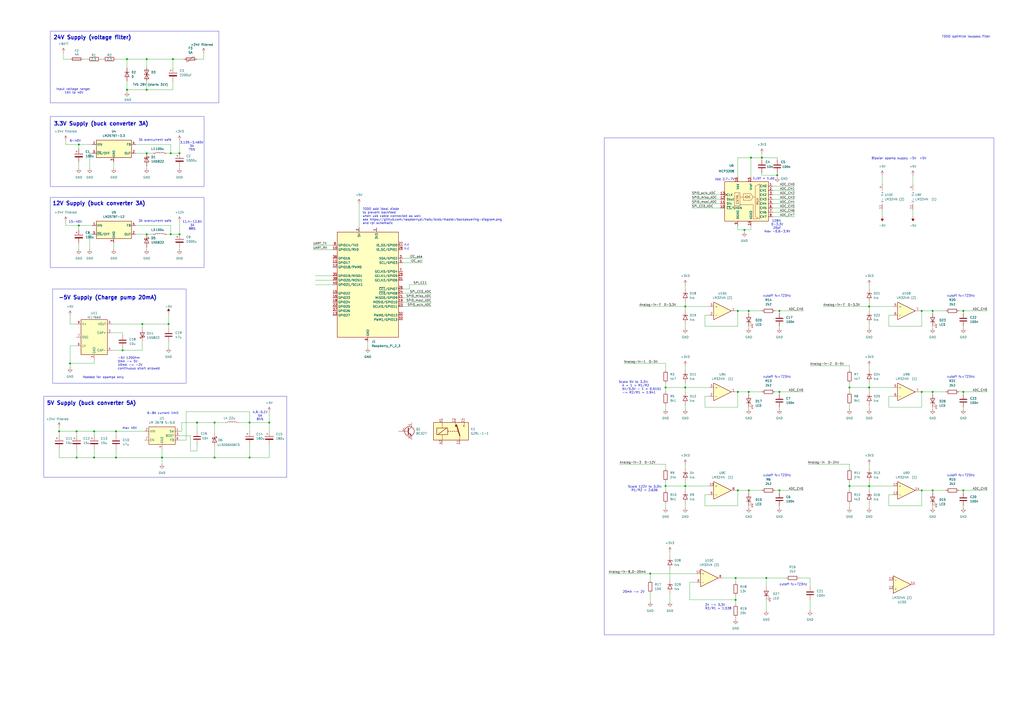
<source format=kicad_sch>
(kicad_sch
	(version 20231120)
	(generator "eeschema")
	(generator_version "8.0")
	(uuid "af4d11a6-73e1-4c39-a25e-5fe7dfa07237")
	(paper "A2")
	
	(junction
		(at 44.45 265.43)
		(diameter 0)
		(color 0 0 0 0)
		(uuid "04e54955-95ed-4070-adbb-7cee1b2c7a8b")
	)
	(junction
		(at 397.51 281.94)
		(diameter 0)
		(color 0 0 0 0)
		(uuid "0e07d6f8-3a7c-4725-82cd-d10a7f0683a0")
	)
	(junction
		(at 541.02 284.48)
		(diameter 0)
		(color 0 0 0 0)
		(uuid "0e6541d2-f91a-480b-96a2-8c8587665b35")
	)
	(junction
		(at 67.31 250.19)
		(diameter 0)
		(color 0 0 0 0)
		(uuid "105d8991-ac05-4276-b194-5060bc474cf0")
	)
	(junction
		(at 558.8 284.48)
		(diameter 0)
		(color 0 0 0 0)
		(uuid "10ed5e96-2758-4a0a-a4ea-05204dce981b")
	)
	(junction
		(at 426.72 347.98)
		(diameter 0)
		(color 0 0 0 0)
		(uuid "125089a1-9db4-401c-96a6-600e0a5f37ab")
	)
	(junction
		(at 504.19 177.8)
		(diameter 0)
		(color 0 0 0 0)
		(uuid "1496040b-0739-4f79-9656-8ba6acf367e5")
	)
	(junction
		(at 40.64 210.82)
		(diameter 0)
		(color 0 0 0 0)
		(uuid "16107448-b037-4021-a9bb-1fb19d6f36c7")
	)
	(junction
		(at 434.34 180.34)
		(diameter 0)
		(color 0 0 0 0)
		(uuid "18a0cd61-f20c-458f-ae53-f53c95308f3c")
	)
	(junction
		(at 504.19 224.79)
		(diameter 0)
		(color 0 0 0 0)
		(uuid "1ea12794-dff7-46f3-a7be-3eae8e9f25cd")
	)
	(junction
		(at 85.09 34.29)
		(diameter 0)
		(color 0 0 0 0)
		(uuid "2282d3fb-0d49-4956-ac9d-5d65f12a26a9")
	)
	(junction
		(at 386.08 281.94)
		(diameter 0)
		(color 0 0 0 0)
		(uuid "24d59385-b495-4247-aff8-808208d1ad23")
	)
	(junction
		(at 124.46 245.11)
		(diameter 0)
		(color 0 0 0 0)
		(uuid "28045595-b22a-4b06-9953-9f52298bbfc3")
	)
	(junction
		(at 558.8 227.33)
		(diameter 0)
		(color 0 0 0 0)
		(uuid "2a0ae629-2090-460b-9560-78eef3e21e12")
	)
	(junction
		(at 452.12 284.48)
		(diameter 0)
		(color 0 0 0 0)
		(uuid "2d00cd35-a1d8-46ca-99eb-6644666745c7")
	)
	(junction
		(at 431.8 133.35)
		(diameter 0)
		(color 0 0 0 0)
		(uuid "305b0609-1ce9-4297-b1f0-74fc85171eee")
	)
	(junction
		(at 44.45 250.19)
		(diameter 0)
		(color 0 0 0 0)
		(uuid "383ef42e-22d7-43b3-89d3-2af42737728c")
	)
	(junction
		(at 434.34 227.33)
		(diameter 0)
		(color 0 0 0 0)
		(uuid "3c17d532-9c56-4147-886a-4353d3930da4")
	)
	(junction
		(at 534.67 227.33)
		(diameter 0)
		(color 0 0 0 0)
		(uuid "3c3e58bb-12fa-4734-9ad9-e8a2b0b412d9")
	)
	(junction
		(at 54.61 250.19)
		(diameter 0)
		(color 0 0 0 0)
		(uuid "422bc740-9691-4697-b466-286d91cb40aa")
	)
	(junction
		(at 441.96 91.44)
		(diameter 0)
		(color 0 0 0 0)
		(uuid "42f8f2a2-d4f1-4f85-a7f3-af76fd15f334")
	)
	(junction
		(at 82.55 187.96)
		(diameter 0)
		(color 0 0 0 0)
		(uuid "49b65474-3c4a-461b-8a68-40a6b20540ce")
	)
	(junction
		(at 397.51 224.79)
		(diameter 0)
		(color 0 0 0 0)
		(uuid "537061a9-26cb-43db-8f80-9e29e68fd7c6")
	)
	(junction
		(at 534.67 284.48)
		(diameter 0)
		(color 0 0 0 0)
		(uuid "5453c15f-3da7-498f-b4d4-eefd4a32800e")
	)
	(junction
		(at 67.31 265.43)
		(diameter 0)
		(color 0 0 0 0)
		(uuid "548e2dfb-04f2-4d21-ab49-d803782e4bea")
	)
	(junction
		(at 104.14 135.89)
		(diameter 0)
		(color 0 0 0 0)
		(uuid "5b0eb3d4-c4be-4d9b-9e7b-ef02c7a05fa6")
	)
	(junction
		(at 104.14 88.9)
		(diameter 0)
		(color 0 0 0 0)
		(uuid "6030d6cb-547f-4627-bb7a-29b5d50e2d7c")
	)
	(junction
		(at 45.72 83.82)
		(diameter 0)
		(color 0 0 0 0)
		(uuid "61300700-7a6f-4cf0-89e3-de24251aaf76")
	)
	(junction
		(at 452.12 180.34)
		(diameter 0)
		(color 0 0 0 0)
		(uuid "680a4fee-19e1-46b0-bd8c-93d1b36db9ac")
	)
	(junction
		(at 427.99 227.33)
		(diameter 0)
		(color 0 0 0 0)
		(uuid "68ebd790-44a9-4bcf-9f65-05450a6a1b02")
	)
	(junction
		(at 558.8 180.34)
		(diameter 0)
		(color 0 0 0 0)
		(uuid "6be8af0f-da4b-4677-8279-2584c5a28b41")
	)
	(junction
		(at 534.67 180.34)
		(diameter 0)
		(color 0 0 0 0)
		(uuid "6efe3a5a-b297-4526-84b5-8b000c99e794")
	)
	(junction
		(at 435.61 91.44)
		(diameter 0)
		(color 0 0 0 0)
		(uuid "71c80c36-cea0-487c-bcb3-ac90e6cf6909")
	)
	(junction
		(at 99.06 135.89)
		(diameter 0)
		(color 0 0 0 0)
		(uuid "72aa6fa5-05f9-4fb4-9b06-f61f0b76719e")
	)
	(junction
		(at 492.76 281.94)
		(diameter 0)
		(color 0 0 0 0)
		(uuid "72cd6455-fb65-4b52-8421-80100f0ddc8f")
	)
	(junction
		(at 377.19 332.74)
		(diameter 0)
		(color 0 0 0 0)
		(uuid "7400491c-bfb9-4e19-baba-2170fac9607f")
	)
	(junction
		(at 156.21 245.11)
		(diameter 0)
		(color 0 0 0 0)
		(uuid "75c001cd-17a9-469a-b125-e6fab77c80b6")
	)
	(junction
		(at 73.66 52.07)
		(diameter 0)
		(color 0 0 0 0)
		(uuid "787a6eed-43d6-4010-9caf-dfc7614f8b7e")
	)
	(junction
		(at 427.99 284.48)
		(diameter 0)
		(color 0 0 0 0)
		(uuid "7a78d97d-9fb8-405b-8609-4c409e1351ae")
	)
	(junction
		(at 450.85 101.6)
		(diameter 0)
		(color 0 0 0 0)
		(uuid "7b6a19d9-d84c-4ace-9ad2-e52657e5669a")
	)
	(junction
		(at 97.79 187.96)
		(diameter 0)
		(color 0 0 0 0)
		(uuid "7e3134f9-4b48-4e64-b337-949ca5145048")
	)
	(junction
		(at 541.02 180.34)
		(diameter 0)
		(color 0 0 0 0)
		(uuid "87a4602c-a37f-4114-809f-d7782855e30b")
	)
	(junction
		(at 54.61 265.43)
		(diameter 0)
		(color 0 0 0 0)
		(uuid "8858408f-f194-4c4f-bd3d-5f79bdeb0f2d")
	)
	(junction
		(at 144.78 265.43)
		(diameter 0)
		(color 0 0 0 0)
		(uuid "89ab178e-a455-4ee1-9c37-6616d82dbbfd")
	)
	(junction
		(at 99.06 88.9)
		(diameter 0)
		(color 0 0 0 0)
		(uuid "8a14436b-3658-4869-9928-b6970ddfd0dd")
	)
	(junction
		(at 504.19 281.94)
		(diameter 0)
		(color 0 0 0 0)
		(uuid "8c384515-970b-4a9b-9d25-34f7c7cf5a31")
	)
	(junction
		(at 427.99 180.34)
		(diameter 0)
		(color 0 0 0 0)
		(uuid "921e49f2-8b0b-4feb-9a09-5ec59d49541b")
	)
	(junction
		(at 45.72 130.81)
		(diameter 0)
		(color 0 0 0 0)
		(uuid "9ce26f46-c13d-457f-b7ea-3cb9a3964209")
	)
	(junction
		(at 426.72 335.28)
		(diameter 0)
		(color 0 0 0 0)
		(uuid "9fd18053-fbde-4a2f-95e0-ccb2430702d9")
	)
	(junction
		(at 144.78 245.11)
		(diameter 0)
		(color 0 0 0 0)
		(uuid "a1035066-f2bd-42c1-b35e-660253af95e6")
	)
	(junction
		(at 34.29 250.19)
		(diameter 0)
		(color 0 0 0 0)
		(uuid "a1588343-c251-454b-b53e-fff8eaaaa3ac")
	)
	(junction
		(at 444.5 335.28)
		(diameter 0)
		(color 0 0 0 0)
		(uuid "a254ea07-fe02-44b4-a091-0f3f88d2f0b4")
	)
	(junction
		(at 124.46 265.43)
		(diameter 0)
		(color 0 0 0 0)
		(uuid "b129a554-6918-436f-b908-937c28939470")
	)
	(junction
		(at 434.34 284.48)
		(diameter 0)
		(color 0 0 0 0)
		(uuid "b705a141-272e-408a-898a-0b8fe6d69bf8")
	)
	(junction
		(at 85.09 135.89)
		(diameter 0)
		(color 0 0 0 0)
		(uuid "b75be159-2e10-4f46-b206-2354b78b9157")
	)
	(junction
		(at 85.09 88.9)
		(diameter 0)
		(color 0 0 0 0)
		(uuid "bcb07714-ac5e-4281-b3c3-552386782e56")
	)
	(junction
		(at 492.76 224.79)
		(diameter 0)
		(color 0 0 0 0)
		(uuid "c6180b6b-2aec-46d6-b71a-125571a101f5")
	)
	(junction
		(at 541.02 227.33)
		(diameter 0)
		(color 0 0 0 0)
		(uuid "c646a925-109e-49ac-95ea-5c63f093c98a")
	)
	(junction
		(at 397.51 177.8)
		(diameter 0)
		(color 0 0 0 0)
		(uuid "c833a1cc-3c2c-49eb-ba59-318dd1c239bf")
	)
	(junction
		(at 386.08 224.79)
		(diameter 0)
		(color 0 0 0 0)
		(uuid "cfc70a41-02a1-4d5f-9a51-5b217e390eb3")
	)
	(junction
		(at 73.66 34.29)
		(diameter 0)
		(color 0 0 0 0)
		(uuid "d2fd5f5d-338a-4722-b4a0-b1eecd883f28")
	)
	(junction
		(at 100.33 34.29)
		(diameter 0)
		(color 0 0 0 0)
		(uuid "d4d801b9-c672-4d6c-acd1-0513ef63a985")
	)
	(junction
		(at 452.12 227.33)
		(diameter 0)
		(color 0 0 0 0)
		(uuid "de465361-2b84-4ce6-af9a-117c1402b9b2")
	)
	(junction
		(at 85.09 52.07)
		(diameter 0)
		(color 0 0 0 0)
		(uuid "e7010d28-bd88-4654-aa85-6910d986f363")
	)
	(junction
		(at 114.3 245.11)
		(diameter 0)
		(color 0 0 0 0)
		(uuid "e70a65f8-f7a2-47ed-978c-48ab0ab55eb7")
	)
	(junction
		(at 71.12 203.2)
		(diameter 0)
		(color 0 0 0 0)
		(uuid "eac55c9c-6217-4313-8428-a310d44dd53f")
	)
	(junction
		(at 93.98 265.43)
		(diameter 0)
		(color 0 0 0 0)
		(uuid "f74be3ca-6702-47ef-b237-4f888ce46f38")
	)
	(wire
		(pts
			(xy 450.85 100.33) (xy 450.85 101.6)
		)
		(stroke
			(width 0)
			(type default)
		)
		(uuid "0054231e-6c1c-4b62-a261-da803b448710")
	)
	(wire
		(pts
			(xy 377.19 344.17) (xy 377.19 349.25)
		)
		(stroke
			(width 0)
			(type default)
		)
		(uuid "00ef2f56-37bd-4ed0-aeb9-aa019bd24e2f")
	)
	(wire
		(pts
			(xy 124.46 259.08) (xy 124.46 265.43)
		)
		(stroke
			(width 0)
			(type default)
		)
		(uuid "056eeaf6-cef0-4a15-9aa0-a138145aa6e3")
	)
	(wire
		(pts
			(xy 427.99 102.87) (xy 427.99 91.44)
		)
		(stroke
			(width 0)
			(type default)
		)
		(uuid "05c7cccb-cca5-4623-97c8-040d9b4df307")
	)
	(wire
		(pts
			(xy 45.72 83.82) (xy 53.34 83.82)
		)
		(stroke
			(width 0)
			(type default)
		)
		(uuid "062e080a-8aeb-47cc-970e-09456cd360cd")
	)
	(wire
		(pts
			(xy 448.31 107.95) (xy 461.01 107.95)
		)
		(stroke
			(width 0)
			(type default)
		)
		(uuid "068083fa-fce7-43b5-8463-4f98840e7a26")
	)
	(wire
		(pts
			(xy 452.12 293.37) (xy 452.12 294.64)
		)
		(stroke
			(width 0)
			(type default)
		)
		(uuid "06b34c2d-7e49-4691-b0b0-589df73a99da")
	)
	(wire
		(pts
			(xy 82.55 198.12) (xy 82.55 203.2)
		)
		(stroke
			(width 0)
			(type default)
		)
		(uuid "07802d6c-0405-4611-8498-2921642973c9")
	)
	(wire
		(pts
			(xy 504.19 212.09) (xy 504.19 214.63)
		)
		(stroke
			(width 0)
			(type default)
		)
		(uuid "07b2e41e-17b4-4953-97b1-d10583b079aa")
	)
	(wire
		(pts
			(xy 71.12 203.2) (xy 64.77 203.2)
		)
		(stroke
			(width 0)
			(type default)
		)
		(uuid "09231105-ced3-4313-bf61-0ff5f84aa1d1")
	)
	(wire
		(pts
			(xy 448.31 110.49) (xy 461.01 110.49)
		)
		(stroke
			(width 0)
			(type default)
		)
		(uuid "0932f8bf-1781-41f0-8075-3b7e84ddb5c7")
	)
	(wire
		(pts
			(xy 52.07 97.79) (xy 52.07 88.9)
		)
		(stroke
			(width 0)
			(type default)
		)
		(uuid "096d85b4-5d51-44af-82ba-979fa750f17a")
	)
	(wire
		(pts
			(xy 492.76 279.4) (xy 492.76 281.94)
		)
		(stroke
			(width 0)
			(type default)
		)
		(uuid "09d9a41a-af3c-4a91-ad4d-2c3b79cf9ec7")
	)
	(wire
		(pts
			(xy 477.52 177.8) (xy 504.19 177.8)
		)
		(stroke
			(width 0)
			(type default)
		)
		(uuid "0a4f0ed0-e03f-4174-b2e5-746ec8356e9f")
	)
	(wire
		(pts
			(xy 82.55 187.96) (xy 97.79 187.96)
		)
		(stroke
			(width 0)
			(type default)
		)
		(uuid "0a9bbdf8-1908-4d8c-8217-07db364293b0")
	)
	(wire
		(pts
			(xy 386.08 234.95) (xy 386.08 237.49)
		)
		(stroke
			(width 0)
			(type default)
		)
		(uuid "0b9b4983-ca2c-4ef5-a4ff-86b324cb4b6e")
	)
	(wire
		(pts
			(xy 449.58 227.33) (xy 452.12 227.33)
		)
		(stroke
			(width 0)
			(type default)
		)
		(uuid "0da18ff8-94c6-4073-a885-04f4684a58bf")
	)
	(wire
		(pts
			(xy 515.62 229.87) (xy 515.62 236.22)
		)
		(stroke
			(width 0)
			(type default)
		)
		(uuid "0f0654e1-74f5-48ef-9fad-2239674591c1")
	)
	(wire
		(pts
			(xy 444.5 347.98) (xy 444.5 354.33)
		)
		(stroke
			(width 0)
			(type default)
		)
		(uuid "100d3b99-de7b-44c2-b3ea-79a36ae0cc62")
	)
	(wire
		(pts
			(xy 144.78 245.11) (xy 144.78 250.19)
		)
		(stroke
			(width 0)
			(type default)
		)
		(uuid "10545d38-a86d-4f4b-9d61-a90e5b83a28b")
	)
	(wire
		(pts
			(xy 533.4 180.34) (xy 534.67 180.34)
		)
		(stroke
			(width 0)
			(type default)
		)
		(uuid "108249c6-4a9f-4448-9a48-5f507a8170fa")
	)
	(wire
		(pts
			(xy 144.78 245.11) (xy 156.21 245.11)
		)
		(stroke
			(width 0)
			(type default)
		)
		(uuid "11050421-263c-408e-9ff9-8d4704e38685")
	)
	(wire
		(pts
			(xy 104.14 143.51) (xy 104.14 144.78)
		)
		(stroke
			(width 0)
			(type default)
		)
		(uuid "125a7d11-0e70-4fc2-ad30-a60c78e9f5a4")
	)
	(wire
		(pts
			(xy 452.12 180.34) (xy 466.09 180.34)
		)
		(stroke
			(width 0)
			(type default)
		)
		(uuid "12b48994-3133-4957-abdc-916519276929")
	)
	(wire
		(pts
			(xy 397.51 165.1) (xy 397.51 167.64)
		)
		(stroke
			(width 0)
			(type default)
		)
		(uuid "12c4f5fd-82b0-486f-8e71-4efd44e48b75")
	)
	(wire
		(pts
			(xy 397.51 281.94) (xy 397.51 284.48)
		)
		(stroke
			(width 0)
			(type default)
		)
		(uuid "12fb5370-f490-4a31-b43a-cc9f448637b1")
	)
	(wire
		(pts
			(xy 156.21 257.81) (xy 156.21 265.43)
		)
		(stroke
			(width 0)
			(type default)
		)
		(uuid "137c88a4-e84c-4de9-8e08-42b4620e394d")
	)
	(wire
		(pts
			(xy 73.66 34.29) (xy 73.66 39.37)
		)
		(stroke
			(width 0)
			(type default)
		)
		(uuid "147be2c8-821e-4c84-a2e1-06b7f4973251")
	)
	(wire
		(pts
			(xy 441.96 101.6) (xy 450.85 101.6)
		)
		(stroke
			(width 0)
			(type default)
		)
		(uuid "14e2a1f5-5ec8-44d4-8c05-ee4cab2bd0fb")
	)
	(wire
		(pts
			(xy 426.72 335.28) (xy 426.72 337.82)
		)
		(stroke
			(width 0)
			(type default)
		)
		(uuid "1650821f-6f72-4ef4-81aa-36ef4033d5a7")
	)
	(wire
		(pts
			(xy 386.08 279.4) (xy 386.08 281.94)
		)
		(stroke
			(width 0)
			(type default)
		)
		(uuid "19afada5-a550-4ec1-90a7-c53861b53b06")
	)
	(wire
		(pts
			(xy 85.09 88.9) (xy 88.9 88.9)
		)
		(stroke
			(width 0)
			(type default)
		)
		(uuid "1bc6767a-124e-4752-8da3-4dc2026b8aff")
	)
	(wire
		(pts
			(xy 541.02 227.33) (xy 548.64 227.33)
		)
		(stroke
			(width 0)
			(type default)
		)
		(uuid "1bfadc61-a8fe-44f6-90f7-fbd54f92240a")
	)
	(wire
		(pts
			(xy 534.67 180.34) (xy 541.02 180.34)
		)
		(stroke
			(width 0)
			(type default)
		)
		(uuid "1c58b703-1ab5-4a29-b805-9ecae4928330")
	)
	(wire
		(pts
			(xy 408.94 287.02) (xy 408.94 293.37)
		)
		(stroke
			(width 0)
			(type default)
		)
		(uuid "1dc82879-775f-4817-a151-2426d36900fc")
	)
	(wire
		(pts
			(xy 67.31 265.43) (xy 93.98 265.43)
		)
		(stroke
			(width 0)
			(type default)
		)
		(uuid "1dfeaed5-ce45-412c-9536-200b58c4cd88")
	)
	(wire
		(pts
			(xy 518.16 287.02) (xy 515.62 287.02)
		)
		(stroke
			(width 0)
			(type default)
		)
		(uuid "1e53379a-7223-42df-9e45-4a73eb6eeb8b")
	)
	(wire
		(pts
			(xy 138.43 245.11) (xy 144.78 245.11)
		)
		(stroke
			(width 0)
			(type default)
		)
		(uuid "1f119b6d-bc5c-43a6-876e-2006a604c4da")
	)
	(wire
		(pts
			(xy 504.19 222.25) (xy 504.19 224.79)
		)
		(stroke
			(width 0)
			(type default)
		)
		(uuid "1fc2d9b5-7a3a-4ad2-8e82-e1c2a452b90d")
	)
	(wire
		(pts
			(xy 388.62 330.2) (xy 388.62 336.55)
		)
		(stroke
			(width 0)
			(type default)
		)
		(uuid "1ffadb38-914d-46f1-99f1-6a8087e37cc3")
	)
	(wire
		(pts
			(xy 386.08 281.94) (xy 397.51 281.94)
		)
		(stroke
			(width 0)
			(type default)
		)
		(uuid "21901315-03d5-465c-896b-551c93dbd06c")
	)
	(wire
		(pts
			(xy 556.26 227.33) (xy 558.8 227.33)
		)
		(stroke
			(width 0)
			(type default)
		)
		(uuid "21e63c20-7b89-4a9e-8f7c-a8fd8aec3e19")
	)
	(wire
		(pts
			(xy 492.76 224.79) (xy 492.76 227.33)
		)
		(stroke
			(width 0)
			(type default)
		)
		(uuid "22b4d91a-1ec6-4d68-9b61-8a5c6906624a")
	)
	(wire
		(pts
			(xy 237.49 167.64) (xy 233.68 167.64)
		)
		(stroke
			(width 0)
			(type default)
		)
		(uuid "22e97819-a6d0-42f4-ad06-306f4c674859")
	)
	(wire
		(pts
			(xy 233.68 170.18) (xy 250.19 170.18)
		)
		(stroke
			(width 0)
			(type default)
		)
		(uuid "2330e7e8-7d64-45ff-b9eb-3aa21e7252c6")
	)
	(wire
		(pts
			(xy 449.58 180.34) (xy 452.12 180.34)
		)
		(stroke
			(width 0)
			(type default)
		)
		(uuid "23844a99-b10c-4e42-b497-5aac0c43a77c")
	)
	(wire
		(pts
			(xy 541.02 284.48) (xy 541.02 285.75)
		)
		(stroke
			(width 0)
			(type default)
		)
		(uuid "238ebe23-6747-4e44-b63e-da687a62d863")
	)
	(wire
		(pts
			(xy 73.66 52.07) (xy 73.66 53.34)
		)
		(stroke
			(width 0)
			(type default)
		)
		(uuid "2392f8de-64ca-4ad2-9c50-6ad45435e202")
	)
	(wire
		(pts
			(xy 38.1 128.27) (xy 38.1 130.81)
		)
		(stroke
			(width 0)
			(type default)
		)
		(uuid "24166ed3-6929-44e1-9f43-dca2d382cd8b")
	)
	(wire
		(pts
			(xy 359.41 269.24) (xy 386.08 269.24)
		)
		(stroke
			(width 0)
			(type default)
		)
		(uuid "241e2811-bad4-4d9d-969a-b82a5d8d7104")
	)
	(wire
		(pts
			(xy 541.02 227.33) (xy 541.02 228.6)
		)
		(stroke
			(width 0)
			(type default)
		)
		(uuid "24b14436-5c06-4132-9697-fb6cb9ac0a77")
	)
	(wire
		(pts
			(xy 448.31 115.57) (xy 461.01 115.57)
		)
		(stroke
			(width 0)
			(type default)
		)
		(uuid "24b8cd11-ef80-4755-84b3-4ab2650e79e8")
	)
	(wire
		(pts
			(xy 82.55 187.96) (xy 82.55 190.5)
		)
		(stroke
			(width 0)
			(type default)
		)
		(uuid "24fc4db9-e669-4108-8575-ad552b1f7095")
	)
	(wire
		(pts
			(xy 97.79 181.61) (xy 97.79 187.96)
		)
		(stroke
			(width 0)
			(type default)
		)
		(uuid "250cae5f-018d-46f3-8b3a-08c428d30aad")
	)
	(wire
		(pts
			(xy 434.34 227.33) (xy 434.34 228.6)
		)
		(stroke
			(width 0)
			(type default)
		)
		(uuid "28bc6461-3c72-4ab1-9f54-adde9a691dfe")
	)
	(wire
		(pts
			(xy 85.09 135.89) (xy 78.74 135.89)
		)
		(stroke
			(width 0)
			(type default)
		)
		(uuid "2914a31e-5344-4d8c-8336-baf7ef768326")
	)
	(wire
		(pts
			(xy 492.76 292.1) (xy 492.76 294.64)
		)
		(stroke
			(width 0)
			(type default)
		)
		(uuid "29a84df5-a401-472c-b970-3e9ceb118392")
	)
	(wire
		(pts
			(xy 492.76 212.09) (xy 492.76 214.63)
		)
		(stroke
			(width 0)
			(type default)
		)
		(uuid "2b95e465-b22c-47d4-a285-ff94746f6576")
	)
	(wire
		(pts
			(xy 431.8 133.35) (xy 435.61 133.35)
		)
		(stroke
			(width 0)
			(type default)
		)
		(uuid "2b9ccaa2-a7a6-40a8-9a8d-c15a845f981b")
	)
	(wire
		(pts
			(xy 541.02 236.22) (xy 541.02 237.49)
		)
		(stroke
			(width 0)
			(type default)
		)
		(uuid "2ccc0658-2e29-42f3-8065-e7cd80e3e222")
	)
	(wire
		(pts
			(xy 386.08 292.1) (xy 386.08 294.64)
		)
		(stroke
			(width 0)
			(type default)
		)
		(uuid "2d08e881-3da2-4833-a4f0-61ef873254db")
	)
	(wire
		(pts
			(xy 511.81 101.6) (xy 511.81 106.68)
		)
		(stroke
			(width 0)
			(type default)
		)
		(uuid "2d458802-502c-4ecf-9caf-a43a110ce546")
	)
	(wire
		(pts
			(xy 444.5 335.28) (xy 444.5 340.36)
		)
		(stroke
			(width 0)
			(type default)
		)
		(uuid "2d58740f-20ac-47c8-a6a7-385a25e5466d")
	)
	(wire
		(pts
			(xy 213.36 198.12) (xy 213.36 201.93)
		)
		(stroke
			(width 0)
			(type default)
		)
		(uuid "2da67416-80ed-41f3-b8a4-d331451071aa")
	)
	(wire
		(pts
			(xy 237.49 165.1) (xy 237.49 167.64)
		)
		(stroke
			(width 0)
			(type default)
		)
		(uuid "2de6cee3-ba04-44f6-b491-492d4c257dd1")
	)
	(wire
		(pts
			(xy 208.28 118.11) (xy 208.28 132.08)
		)
		(stroke
			(width 0)
			(type default)
		)
		(uuid "2fa17a05-f7bb-4829-912f-a6d673135030")
	)
	(wire
		(pts
			(xy 558.8 227.33) (xy 572.77 227.33)
		)
		(stroke
			(width 0)
			(type default)
		)
		(uuid "2fabc68c-d5c7-4ecd-a307-3b45d890d4d3")
	)
	(wire
		(pts
			(xy 36.83 30.48) (xy 36.83 34.29)
		)
		(stroke
			(width 0)
			(type default)
		)
		(uuid "312b9e9d-f3c5-4818-bb2f-e49c1b9b26ee")
	)
	(wire
		(pts
			(xy 504.19 279.4) (xy 504.19 281.94)
		)
		(stroke
			(width 0)
			(type default)
		)
		(uuid "31cd0200-5ec5-4dd9-aaf7-e4adf221e554")
	)
	(wire
		(pts
			(xy 444.5 335.28) (xy 455.93 335.28)
		)
		(stroke
			(width 0)
			(type default)
		)
		(uuid "33b893ed-df5d-468b-85b4-6ad71ad43b02")
	)
	(wire
		(pts
			(xy 515.62 287.02) (xy 515.62 293.37)
		)
		(stroke
			(width 0)
			(type default)
		)
		(uuid "342cd887-7fe4-4180-bee4-e1ad6318de05")
	)
	(wire
		(pts
			(xy 448.31 123.19) (xy 461.01 123.19)
		)
		(stroke
			(width 0)
			(type default)
		)
		(uuid "3530c46a-6e25-482b-b968-518bf8c9a8ab")
	)
	(wire
		(pts
			(xy 556.26 180.34) (xy 558.8 180.34)
		)
		(stroke
			(width 0)
			(type default)
		)
		(uuid "35c3dbe3-680e-48db-a50f-7b13360b35dd")
	)
	(wire
		(pts
			(xy 492.76 281.94) (xy 492.76 284.48)
		)
		(stroke
			(width 0)
			(type default)
		)
		(uuid "362a3669-b5d6-41e1-b360-b2543155e2e9")
	)
	(wire
		(pts
			(xy 96.52 88.9) (xy 99.06 88.9)
		)
		(stroke
			(width 0)
			(type default)
		)
		(uuid "36dbf9b2-129d-45ef-8f18-f4ffca4a34c3")
	)
	(wire
		(pts
			(xy 54.61 265.43) (xy 67.31 265.43)
		)
		(stroke
			(width 0)
			(type default)
		)
		(uuid "36ef0f3d-5f82-4fe4-8ac0-634b6aca89f0")
	)
	(wire
		(pts
			(xy 397.51 187.96) (xy 397.51 190.5)
		)
		(stroke
			(width 0)
			(type default)
		)
		(uuid "3aba686c-7f20-4fdb-a589-3030c9d36881")
	)
	(wire
		(pts
			(xy 182.88 165.1) (xy 193.04 165.1)
		)
		(stroke
			(width 0)
			(type default)
		)
		(uuid "3aeea25b-b526-4c4c-9a14-20971d742727")
	)
	(wire
		(pts
			(xy 114.3 245.11) (xy 114.3 250.19)
		)
		(stroke
			(width 0)
			(type default)
		)
		(uuid "3b26056a-2205-47a2-9f40-f9697f046f04")
	)
	(wire
		(pts
			(xy 156.21 265.43) (xy 144.78 265.43)
		)
		(stroke
			(width 0)
			(type default)
		)
		(uuid "3b57c002-7cfd-4b01-9bd0-a9063c7de990")
	)
	(wire
		(pts
			(xy 558.8 236.22) (xy 558.8 237.49)
		)
		(stroke
			(width 0)
			(type default)
		)
		(uuid "3b72617c-8e5b-409d-8eff-c0c0bdccbdc7")
	)
	(wire
		(pts
			(xy 54.61 260.35) (xy 54.61 265.43)
		)
		(stroke
			(width 0)
			(type default)
		)
		(uuid "3da092b2-3579-44ee-9f1a-7dc736839416")
	)
	(wire
		(pts
			(xy 34.29 250.19) (xy 34.29 252.73)
		)
		(stroke
			(width 0)
			(type default)
		)
		(uuid "3ddbeb86-f388-4c89-98ea-a9e4b08c0699")
	)
	(wire
		(pts
			(xy 52.07 88.9) (xy 53.34 88.9)
		)
		(stroke
			(width 0)
			(type default)
		)
		(uuid "3e60e431-84f1-436a-99fb-f0196e89bcf0")
	)
	(wire
		(pts
			(xy 408.94 182.88) (xy 408.94 189.23)
		)
		(stroke
			(width 0)
			(type default)
		)
		(uuid "4004cf85-1c05-4350-8d27-f2799b925cfe")
	)
	(wire
		(pts
			(xy 85.09 135.89) (xy 88.9 135.89)
		)
		(stroke
			(width 0)
			(type default)
		)
		(uuid "41dd684b-b2cf-4918-b2fa-e24af5a96c31")
	)
	(wire
		(pts
			(xy 45.72 130.81) (xy 45.72 133.35)
		)
		(stroke
			(width 0)
			(type default)
		)
		(uuid "429f31e6-9c15-47fc-a53a-661ec52f4c31")
	)
	(wire
		(pts
			(xy 448.31 120.65) (xy 461.01 120.65)
		)
		(stroke
			(width 0)
			(type default)
		)
		(uuid "42c865ad-08f7-4b14-b07e-c66bb29dbe02")
	)
	(wire
		(pts
			(xy 541.02 180.34) (xy 548.64 180.34)
		)
		(stroke
			(width 0)
			(type default)
		)
		(uuid "42fa28b5-2014-445b-9ba5-cbfbabd22519")
	)
	(wire
		(pts
			(xy 45.72 83.82) (xy 45.72 86.36)
		)
		(stroke
			(width 0)
			(type default)
		)
		(uuid "434d52f6-e61e-4de2-b8c2-9f723a35bb15")
	)
	(wire
		(pts
			(xy 401.32 120.65) (xy 417.83 120.65)
		)
		(stroke
			(width 0)
			(type default)
		)
		(uuid "439b5d91-a7ed-4297-80f9-6f243928e7d6")
	)
	(wire
		(pts
			(xy 78.74 83.82) (xy 99.06 83.82)
		)
		(stroke
			(width 0)
			(type default)
		)
		(uuid "4510b88a-d309-41e9-911e-7f21f2747429")
	)
	(wire
		(pts
			(xy 44.45 265.43) (xy 54.61 265.43)
		)
		(stroke
			(width 0)
			(type default)
		)
		(uuid "468496be-f6d5-4b2a-8683-92086b6bba44")
	)
	(wire
		(pts
			(xy 504.19 224.79) (xy 518.16 224.79)
		)
		(stroke
			(width 0)
			(type default)
		)
		(uuid "46e4ba16-875b-4f73-8212-e93ccd0ee87d")
	)
	(wire
		(pts
			(xy 99.06 135.89) (xy 104.14 135.89)
		)
		(stroke
			(width 0)
			(type default)
		)
		(uuid "473017ac-7304-423f-b665-624cbeb6b71f")
	)
	(wire
		(pts
			(xy 107.95 238.76) (xy 144.78 238.76)
		)
		(stroke
			(width 0)
			(type default)
		)
		(uuid "474c21aa-9d8b-4fd6-bf84-0695257ad4e8")
	)
	(wire
		(pts
			(xy 558.8 293.37) (xy 558.8 294.64)
		)
		(stroke
			(width 0)
			(type default)
		)
		(uuid "4829b489-17d6-4b34-a0d1-2b91af9d6c2c")
	)
	(wire
		(pts
			(xy 104.14 81.28) (xy 104.14 88.9)
		)
		(stroke
			(width 0)
			(type default)
		)
		(uuid "4845c6d1-f452-4f8f-bc04-1edb892ce074")
	)
	(wire
		(pts
			(xy 534.67 293.37) (xy 534.67 284.48)
		)
		(stroke
			(width 0)
			(type default)
		)
		(uuid "4957c436-fe00-4e4f-942f-4642775126b2")
	)
	(wire
		(pts
			(xy 52.07 135.89) (xy 53.34 135.89)
		)
		(stroke
			(width 0)
			(type default)
		)
		(uuid "4a7a45aa-aba5-4f43-b850-2f12eeae7e82")
	)
	(wire
		(pts
			(xy 468.63 269.24) (xy 492.76 269.24)
		)
		(stroke
			(width 0)
			(type default)
		)
		(uuid "4b531c2a-4f8a-45ad-980c-652c9560a3c5")
	)
	(wire
		(pts
			(xy 534.67 227.33) (xy 541.02 227.33)
		)
		(stroke
			(width 0)
			(type default)
		)
		(uuid "4ba02483-3441-4ffc-b8ef-a47c1acdf090")
	)
	(wire
		(pts
			(xy 99.06 130.81) (xy 99.06 135.89)
		)
		(stroke
			(width 0)
			(type default)
		)
		(uuid "4cbf875e-58ed-4cd6-b772-5671b7f28ceb")
	)
	(wire
		(pts
			(xy 452.12 227.33) (xy 466.09 227.33)
		)
		(stroke
			(width 0)
			(type default)
		)
		(uuid "4ce4b2fc-fc75-446b-bcbf-cdafaf96f604")
	)
	(wire
		(pts
			(xy 71.12 193.04) (xy 71.12 194.31)
		)
		(stroke
			(width 0)
			(type default)
		)
		(uuid "4d52de5f-8c2e-49a6-b501-bd212fa30f6b")
	)
	(wire
		(pts
			(xy 388.62 344.17) (xy 388.62 349.25)
		)
		(stroke
			(width 0)
			(type default)
		)
		(uuid "4d88ca1c-ea50-4ff5-a3a6-c55696e4ded3")
	)
	(wire
		(pts
			(xy 469.9 335.28) (xy 469.9 340.36)
		)
		(stroke
			(width 0)
			(type default)
		)
		(uuid "4e52b931-12a4-484f-aeeb-e618bf9d387b")
	)
	(wire
		(pts
			(xy 99.06 83.82) (xy 99.06 88.9)
		)
		(stroke
			(width 0)
			(type default)
		)
		(uuid "4f6bdeb1-d680-488b-93e0-aa0268270cd6")
	)
	(wire
		(pts
			(xy 452.12 284.48) (xy 452.12 285.75)
		)
		(stroke
			(width 0)
			(type default)
		)
		(uuid "52a2753a-ef20-4cbd-a211-9cf21866a143")
	)
	(wire
		(pts
			(xy 434.34 284.48) (xy 441.96 284.48)
		)
		(stroke
			(width 0)
			(type default)
		)
		(uuid "55c4e35d-3da1-41df-a325-85bec7fa57e7")
	)
	(wire
		(pts
			(xy 100.33 52.07) (xy 85.09 52.07)
		)
		(stroke
			(width 0)
			(type default)
		)
		(uuid "56f0d9b1-9d6d-4e01-aedc-54a4472ee2d9")
	)
	(wire
		(pts
			(xy 558.8 284.48) (xy 558.8 285.75)
		)
		(stroke
			(width 0)
			(type default)
		)
		(uuid "584912e9-080b-41d3-8477-c46e6bb19342")
	)
	(wire
		(pts
			(xy 426.72 347.98) (xy 426.72 350.52)
		)
		(stroke
			(width 0)
			(type default)
		)
		(uuid "5882804f-e57d-49e3-bd40-a2f0b8cd8856")
	)
	(wire
		(pts
			(xy 504.19 165.1) (xy 504.19 167.64)
		)
		(stroke
			(width 0)
			(type default)
		)
		(uuid "58f712f8-d29c-40a7-b691-f23f2249597c")
	)
	(wire
		(pts
			(xy 370.84 177.8) (xy 397.51 177.8)
		)
		(stroke
			(width 0)
			(type default)
		)
		(uuid "59235f1a-b42f-43d9-b0c0-994951090b7e")
	)
	(wire
		(pts
			(xy 40.64 187.96) (xy 44.45 187.96)
		)
		(stroke
			(width 0)
			(type default)
		)
		(uuid "5a58ee3b-d422-45cf-9b6c-f0c44ccd3021")
	)
	(wire
		(pts
			(xy 504.19 177.8) (xy 518.16 177.8)
		)
		(stroke
			(width 0)
			(type default)
		)
		(uuid "5aaaaedb-729e-431f-82e6-f4424d8e2aba")
	)
	(wire
		(pts
			(xy 435.61 133.35) (xy 435.61 130.81)
		)
		(stroke
			(width 0)
			(type default)
		)
		(uuid "5d82d160-16aa-45f6-b921-af143ee44199")
	)
	(wire
		(pts
			(xy 71.12 201.93) (xy 71.12 203.2)
		)
		(stroke
			(width 0)
			(type default)
		)
		(uuid "5e206263-973f-4ece-be89-87fb3f8ee1dd")
	)
	(wire
		(pts
			(xy 100.33 34.29) (xy 85.09 34.29)
		)
		(stroke
			(width 0)
			(type default)
		)
		(uuid "5e8d45af-85e0-4c84-bd68-9d6bc4a81647")
	)
	(wire
		(pts
			(xy 182.88 160.02) (xy 193.04 160.02)
		)
		(stroke
			(width 0)
			(type default)
		)
		(uuid "5f717f21-8a39-40cb-bfd6-47b6f7bff7f3")
	)
	(wire
		(pts
			(xy 38.1 130.81) (xy 45.72 130.81)
		)
		(stroke
			(width 0)
			(type default)
		)
		(uuid "5fb9a5e9-0057-4256-900a-cd3e2c2bea7d")
	)
	(wire
		(pts
			(xy 401.32 118.11) (xy 417.83 118.11)
		)
		(stroke
			(width 0)
			(type default)
		)
		(uuid "5ff6e0c1-159c-4d42-b729-b5c1b4457f90")
	)
	(wire
		(pts
			(xy 361.95 210.82) (xy 386.08 210.82)
		)
		(stroke
			(width 0)
			(type default)
		)
		(uuid "606f412f-e2ca-4e76-af3b-6204f94c0f28")
	)
	(wire
		(pts
			(xy 73.66 52.07) (xy 73.66 46.99)
		)
		(stroke
			(width 0)
			(type default)
		)
		(uuid "60f0e541-5399-4984-91a7-0fa8a43fa9b6")
	)
	(wire
		(pts
			(xy 397.51 224.79) (xy 411.48 224.79)
		)
		(stroke
			(width 0)
			(type default)
		)
		(uuid "622359e3-c6ff-4104-a61a-434b559ad13e")
	)
	(wire
		(pts
			(xy 401.32 115.57) (xy 417.83 115.57)
		)
		(stroke
			(width 0)
			(type default)
		)
		(uuid "62a6df1b-8dd1-4edc-8471-80392c13b446")
	)
	(wire
		(pts
			(xy 66.04 93.98) (xy 66.04 97.79)
		)
		(stroke
			(width 0)
			(type default)
		)
		(uuid "62ad0d9d-5a30-44d3-a30a-cf86f42cb053")
	)
	(wire
		(pts
			(xy 452.12 189.23) (xy 452.12 190.5)
		)
		(stroke
			(width 0)
			(type default)
		)
		(uuid "65dd798a-e121-417c-a14b-5d59f2d8bba7")
	)
	(wire
		(pts
			(xy 397.51 224.79) (xy 397.51 227.33)
		)
		(stroke
			(width 0)
			(type default)
		)
		(uuid "66e3f7ca-cc4c-465b-b996-1a7426cdcf2e")
	)
	(wire
		(pts
			(xy 397.51 281.94) (xy 411.48 281.94)
		)
		(stroke
			(width 0)
			(type default)
		)
		(uuid "69732aa2-02d7-47b7-937a-804bc1c91721")
	)
	(wire
		(pts
			(xy 541.02 189.23) (xy 541.02 190.5)
		)
		(stroke
			(width 0)
			(type default)
		)
		(uuid "6f4a53eb-bfdd-49b3-b0a9-60d2e99bf1df")
	)
	(wire
		(pts
			(xy 448.31 118.11) (xy 461.01 118.11)
		)
		(stroke
			(width 0)
			(type default)
		)
		(uuid "721d0387-dd7a-4c03-b969-e660fbc01d0a")
	)
	(wire
		(pts
			(xy 397.51 175.26) (xy 397.51 177.8)
		)
		(stroke
			(width 0)
			(type default)
		)
		(uuid "741f1b5d-86d6-4df6-b816-2c02dfaa8d06")
	)
	(wire
		(pts
			(xy 54.61 250.19) (xy 54.61 252.73)
		)
		(stroke
			(width 0)
			(type default)
		)
		(uuid "7496c071-630d-4908-a9f5-9bb6cc63ee10")
	)
	(wire
		(pts
			(xy 492.76 269.24) (xy 492.76 271.78)
		)
		(stroke
			(width 0)
			(type default)
		)
		(uuid "752c7739-6331-49ec-9788-3c703d08f520")
	)
	(wire
		(pts
			(xy 397.51 212.09) (xy 397.51 214.63)
		)
		(stroke
			(width 0)
			(type default)
		)
		(uuid "7531fa82-cf7b-42a8-bea4-19705b8e070c")
	)
	(wire
		(pts
			(xy 504.19 177.8) (xy 504.19 180.34)
		)
		(stroke
			(width 0)
			(type default)
		)
		(uuid "75d57da9-856a-4472-8008-df57be837a61")
	)
	(wire
		(pts
			(xy 105.41 245.11) (xy 114.3 245.11)
		)
		(stroke
			(width 0)
			(type default)
		)
		(uuid "76d9ac2e-59ae-4d69-85c2-3c211bf67751")
	)
	(wire
		(pts
			(xy 386.08 222.25) (xy 386.08 224.79)
		)
		(stroke
			(width 0)
			(type default)
		)
		(uuid "78010e7f-14b3-45f5-bedc-293b3c5a8225")
	)
	(wire
		(pts
			(xy 558.8 189.23) (xy 558.8 190.5)
		)
		(stroke
			(width 0)
			(type default)
		)
		(uuid "78565ddb-2e85-4d66-901f-a83c9c835f6a")
	)
	(wire
		(pts
			(xy 386.08 224.79) (xy 386.08 227.33)
		)
		(stroke
			(width 0)
			(type default)
		)
		(uuid "7aa4742a-3d34-4c04-99e7-a97a7f03ddbb")
	)
	(wire
		(pts
			(xy 124.46 245.11) (xy 124.46 251.46)
		)
		(stroke
			(width 0)
			(type default)
		)
		(uuid "7bf1ff28-f10c-4a13-ab42-a45d9fdf1411")
	)
	(wire
		(pts
			(xy 434.34 293.37) (xy 434.34 294.64)
		)
		(stroke
			(width 0)
			(type default)
		)
		(uuid "7bf38182-fbbe-41a5-8971-8b9dfb2dd4c7")
	)
	(wire
		(pts
			(xy 427.99 284.48) (xy 434.34 284.48)
		)
		(stroke
			(width 0)
			(type default)
		)
		(uuid "7c19f199-9b83-4461-b3b4-aa38011e10a5")
	)
	(wire
		(pts
			(xy 448.31 125.73) (xy 461.01 125.73)
		)
		(stroke
			(width 0)
			(type default)
		)
		(uuid "7cc15998-fc87-413a-a677-d0cd1e718f05")
	)
	(wire
		(pts
			(xy 181.61 144.78) (xy 193.04 144.78)
		)
		(stroke
			(width 0)
			(type default)
		)
		(uuid "7e17f238-06a7-4bc6-aa76-9c90a153f069")
	)
	(wire
		(pts
			(xy 377.19 332.74) (xy 377.19 336.55)
		)
		(stroke
			(width 0)
			(type default)
		)
		(uuid "7f9d7366-8b87-43ef-b5f0-cf128602997f")
	)
	(wire
		(pts
			(xy 408.94 236.22) (xy 427.99 236.22)
		)
		(stroke
			(width 0)
			(type default)
		)
		(uuid "8081db82-7d52-434f-8c99-87d43798fb10")
	)
	(wire
		(pts
			(xy 124.46 245.11) (xy 130.81 245.11)
		)
		(stroke
			(width 0)
			(type default)
		)
		(uuid "81409d42-8c41-4804-9622-e9aa0da92cc7")
	)
	(wire
		(pts
			(xy 54.61 250.19) (xy 67.31 250.19)
		)
		(stroke
			(width 0)
			(type default)
		)
		(uuid "81fe2650-43bf-41ec-9820-6e8814d178f6")
	)
	(wire
		(pts
			(xy 541.02 180.34) (xy 541.02 181.61)
		)
		(stroke
			(width 0)
			(type default)
		)
		(uuid "82a59f89-2e94-4bf1-8c9f-fed9ec81802d")
	)
	(wire
		(pts
			(xy 397.51 177.8) (xy 411.48 177.8)
		)
		(stroke
			(width 0)
			(type default)
		)
		(uuid "84cd9e99-8fc7-46f7-9138-e636b4807ad5")
	)
	(wire
		(pts
			(xy 434.34 180.34) (xy 441.96 180.34)
		)
		(stroke
			(width 0)
			(type default)
		)
		(uuid "860e7504-6437-49e5-9875-3951ac6eb64a")
	)
	(wire
		(pts
			(xy 64.77 187.96) (xy 82.55 187.96)
		)
		(stroke
			(width 0)
			(type default)
		)
		(uuid "869023b8-d042-4cbf-aed0-f067c14999e3")
	)
	(wire
		(pts
			(xy 504.19 234.95) (xy 504.19 237.49)
		)
		(stroke
			(width 0)
			(type default)
		)
		(uuid "86ff74ce-f5ed-4425-b39e-2c67f290bf82")
	)
	(wire
		(pts
			(xy 533.4 227.33) (xy 534.67 227.33)
		)
		(stroke
			(width 0)
			(type default)
		)
		(uuid "87fdb305-1ac4-43f2-89cc-a99770930c8a")
	)
	(wire
		(pts
			(xy 448.31 113.03) (xy 461.01 113.03)
		)
		(stroke
			(width 0)
			(type default)
		)
		(uuid "88c2167e-efc5-4577-9367-a7a35f716fe8")
	)
	(wire
		(pts
			(xy 408.94 293.37) (xy 427.99 293.37)
		)
		(stroke
			(width 0)
			(type default)
		)
		(uuid "8921b296-10f7-4306-84e9-cc5d9d79741f")
	)
	(wire
		(pts
			(xy 431.8 133.35) (xy 431.8 134.62)
		)
		(stroke
			(width 0)
			(type default)
		)
		(uuid "8b295985-697b-4e54-b988-aa03feee329c")
	)
	(wire
		(pts
			(xy 156.21 238.76) (xy 156.21 245.11)
		)
		(stroke
			(width 0)
			(type default)
		)
		(uuid "8b6b58ee-7f0f-4711-a91d-f8981a9ba4a2")
	)
	(wire
		(pts
			(xy 105.41 250.19) (xy 105.41 245.11)
		)
		(stroke
			(width 0)
			(type default)
		)
		(uuid "8c0a5ecd-ebf2-49ba-b722-c7034fc257dd")
	)
	(wire
		(pts
			(xy 97.79 198.12) (xy 97.79 201.93)
		)
		(stroke
			(width 0)
			(type default)
		)
		(uuid "8c70db4a-e3fb-4609-a2cf-fb2eb55c8f6d")
	)
	(wire
		(pts
			(xy 93.98 269.24) (xy 93.98 265.43)
		)
		(stroke
			(width 0)
			(type default)
		)
		(uuid "8c97eea2-3569-462e-bf3b-5c5b217ac3c1")
	)
	(wire
		(pts
			(xy 427.99 293.37) (xy 427.99 284.48)
		)
		(stroke
			(width 0)
			(type default)
		)
		(uuid "8d4ac2eb-9018-4e08-b3b5-2cd79fc163eb")
	)
	(wire
		(pts
			(xy 85.09 88.9) (xy 78.74 88.9)
		)
		(stroke
			(width 0)
			(type default)
		)
		(uuid "8e0c42c5-2d09-4aa0-a3a0-b6ce6927857c")
	)
	(wire
		(pts
			(xy 450.85 92.71) (xy 450.85 91.44)
		)
		(stroke
			(width 0)
			(type default)
		)
		(uuid "8e578f2d-5a31-421e-b68c-88010e2f6c21")
	)
	(wire
		(pts
			(xy 556.26 284.48) (xy 558.8 284.48)
		)
		(stroke
			(width 0)
			(type default)
		)
		(uuid "8e744e5e-f5aa-4e08-8886-6cd54b83048e")
	)
	(wire
		(pts
			(xy 114.3 257.81) (xy 114.3 261.62)
		)
		(stroke
			(width 0)
			(type default)
		)
		(uuid "8e82148f-aabc-4a00-9d16-f2e997be8705")
	)
	(wire
		(pts
			(xy 34.29 260.35) (xy 34.29 265.43)
		)
		(stroke
			(width 0)
			(type default)
		)
		(uuid "8f495aaf-b866-4427-a55f-3e59d681e044")
	)
	(wire
		(pts
			(xy 426.72 358.14) (xy 426.72 359.41)
		)
		(stroke
			(width 0)
			(type default)
		)
		(uuid "8f6019fa-a3e5-40ed-95f8-6e67a064277d")
	)
	(wire
		(pts
			(xy 397.51 222.25) (xy 397.51 224.79)
		)
		(stroke
			(width 0)
			(type default)
		)
		(uuid "90800322-f017-4da4-be05-76f771dbfbbb")
	)
	(wire
		(pts
			(xy 38.1 81.28) (xy 38.1 83.82)
		)
		(stroke
			(width 0)
			(type default)
		)
		(uuid "90aac51b-a5d9-4680-a743-84a6a5e29405")
	)
	(wire
		(pts
			(xy 403.86 337.82) (xy 400.05 337.82)
		)
		(stroke
			(width 0)
			(type default)
		)
		(uuid "92566e1f-ccb8-4298-8836-19bc88e005e6")
	)
	(wire
		(pts
			(xy 426.72 284.48) (xy 427.99 284.48)
		)
		(stroke
			(width 0)
			(type default)
		)
		(uuid "9354b44a-2dd1-46f2-85c3-84e0085fe8ff")
	)
	(wire
		(pts
			(xy 518.16 182.88) (xy 515.62 182.88)
		)
		(stroke
			(width 0)
			(type default)
		)
		(uuid "93e18c1c-bdaf-4d72-b620-872b8378ff05")
	)
	(wire
		(pts
			(xy 515.62 236.22) (xy 534.67 236.22)
		)
		(stroke
			(width 0)
			(type default)
		)
		(uuid "943c6e8d-9ece-4620-9788-f6f2c89fa259")
	)
	(wire
		(pts
			(xy 85.09 96.52) (xy 85.09 97.79)
		)
		(stroke
			(width 0)
			(type default)
		)
		(uuid "944f9c07-2b0d-412b-9564-60b2b38c97e3")
	)
	(wire
		(pts
			(xy 110.49 252.73) (xy 110.49 261.62)
		)
		(stroke
			(width 0)
			(type default)
		)
		(uuid "94c2b044-c474-4065-8fab-dddafaf5a898")
	)
	(wire
		(pts
			(xy 34.29 250.19) (xy 44.45 250.19)
		)
		(stroke
			(width 0)
			(type default)
		)
		(uuid "978f2c26-8e0d-4074-ac17-bab4df7a37b2")
	)
	(wire
		(pts
			(xy 99.06 88.9) (xy 104.14 88.9)
		)
		(stroke
			(width 0)
			(type default)
		)
		(uuid "98ce1a49-1dca-49d0-a02d-f24fc659ee09")
	)
	(wire
		(pts
			(xy 93.98 265.43) (xy 124.46 265.43)
		)
		(stroke
			(width 0)
			(type default)
		)
		(uuid "9a0929da-3b2c-4e88-ba51-aa6397bfa30b")
	)
	(wire
		(pts
			(xy 388.62 320.04) (xy 388.62 322.58)
		)
		(stroke
			(width 0)
			(type default)
		)
		(uuid "9ac72748-41ed-49fd-8147-805c17d0989b")
	)
	(wire
		(pts
			(xy 52.07 144.78) (xy 52.07 135.89)
		)
		(stroke
			(width 0)
			(type default)
		)
		(uuid "9b88ee9e-0513-4ff7-90dc-b5e42c65b0de")
	)
	(wire
		(pts
			(xy 144.78 238.76) (xy 144.78 245.11)
		)
		(stroke
			(width 0)
			(type default)
		)
		(uuid "9b94fa38-a9c1-4ba3-9514-8fd9cad3638d")
	)
	(wire
		(pts
			(xy 452.12 180.34) (xy 452.12 181.61)
		)
		(stroke
			(width 0)
			(type default)
		)
		(uuid "9bc1c08f-b532-4c45-8bd0-be5da1684786")
	)
	(wire
		(pts
			(xy 411.48 229.87) (xy 408.94 229.87)
		)
		(stroke
			(width 0)
			(type default)
		)
		(uuid "9ce1747f-da0c-4363-bf42-7ba66305577e")
	)
	(wire
		(pts
			(xy 515.62 293.37) (xy 534.67 293.37)
		)
		(stroke
			(width 0)
			(type default)
		)
		(uuid "9d95dd99-2434-4f77-b380-d2aaaebca667")
	)
	(wire
		(pts
			(xy 434.34 236.22) (xy 434.34 237.49)
		)
		(stroke
			(width 0)
			(type default)
		)
		(uuid "9e558fce-986f-4ec4-91a0-89478a89bd16")
	)
	(wire
		(pts
			(xy 181.61 142.24) (xy 193.04 142.24)
		)
		(stroke
			(width 0)
			(type default)
		)
		(uuid "9f91aa20-2831-42e4-bfd0-100517a4a129")
	)
	(wire
		(pts
			(xy 435.61 91.44) (xy 441.96 91.44)
		)
		(stroke
			(width 0)
			(type default)
		)
		(uuid "a041d4bc-d088-4671-8c63-7c57a7d4e9a0")
	)
	(wire
		(pts
			(xy 450.85 91.44) (xy 441.96 91.44)
		)
		(stroke
			(width 0)
			(type default)
		)
		(uuid "a05929a2-7b4e-4e9d-a6c5-2501be26f673")
	)
	(wire
		(pts
			(xy 504.19 187.96) (xy 504.19 190.5)
		)
		(stroke
			(width 0)
			(type default)
		)
		(uuid "a0e7eca4-32c7-40fd-80a3-b583aa109b44")
	)
	(wire
		(pts
			(xy 67.31 250.19) (xy 67.31 252.73)
		)
		(stroke
			(width 0)
			(type default)
		)
		(uuid "a33a3d56-5851-43e0-9e2a-59479c3c6489")
	)
	(wire
		(pts
			(xy 386.08 269.24) (xy 386.08 271.78)
		)
		(stroke
			(width 0)
			(type default)
		)
		(uuid "a497ef0b-2d17-4aaa-8aea-7fa5331d0c79")
	)
	(wire
		(pts
			(xy 408.94 189.23) (xy 427.99 189.23)
		)
		(stroke
			(width 0)
			(type default)
		)
		(uuid "a5bc618f-3801-48e0-9a86-14bd2e6fed0e")
	)
	(wire
		(pts
			(xy 435.61 102.87) (xy 435.61 91.44)
		)
		(stroke
			(width 0)
			(type default)
		)
		(uuid "a5ca6870-5682-46ab-aa32-e563ee226ca6")
	)
	(wire
		(pts
			(xy 67.31 34.29) (xy 73.66 34.29)
		)
		(stroke
			(width 0)
			(type default)
		)
		(uuid "a60be355-6080-4e5e-9e5b-c6566d082f7f")
	)
	(wire
		(pts
			(xy 54.61 208.28) (xy 54.61 210.82)
		)
		(stroke
			(width 0)
			(type default)
		)
		(uuid "a9ea8d4a-d4e2-4a03-9e22-df8aa7035123")
	)
	(wire
		(pts
			(xy 156.21 245.11) (xy 156.21 250.19)
		)
		(stroke
			(width 0)
			(type default)
		)
		(uuid "aa9de745-7742-4250-86ae-aa748385b2fa")
	)
	(wire
		(pts
			(xy 54.61 210.82) (xy 40.64 210.82)
		)
		(stroke
			(width 0)
			(type default)
		)
		(uuid "aafc02a9-418a-4374-825a-eebbaf87a132")
	)
	(wire
		(pts
			(xy 515.62 182.88) (xy 515.62 189.23)
		)
		(stroke
			(width 0)
			(type default)
		)
		(uuid "ac74c3a1-9f7b-4e85-8975-5e33478e7100")
	)
	(wire
		(pts
			(xy 66.04 140.97) (xy 66.04 144.78)
		)
		(stroke
			(width 0)
			(type default)
		)
		(uuid "ac86c533-7fe6-445e-b805-c2ca09ca2c2b")
	)
	(wire
		(pts
			(xy 529.59 121.92) (xy 529.59 125.73)
		)
		(stroke
			(width 0)
			(type default)
		)
		(uuid "aeb41648-9a08-4792-8fcf-df144f257a5b")
	)
	(wire
		(pts
			(xy 58.42 34.29) (xy 59.69 34.29)
		)
		(stroke
			(width 0)
			(type default)
		)
		(uuid "af854269-8a6e-43c6-839b-0bf78683e673")
	)
	(wire
		(pts
			(xy 100.33 34.29) (xy 100.33 39.37)
		)
		(stroke
			(width 0)
			(type default)
		)
		(uuid "afab82bf-5d7f-4c24-bd61-b61648646a39")
	)
	(wire
		(pts
			(xy 67.31 250.19) (xy 83.82 250.19)
		)
		(stroke
			(width 0)
			(type default)
		)
		(uuid "b16cedaf-555e-4255-9fd0-93849a6a6ba3")
	)
	(wire
		(pts
			(xy 40.64 182.88) (xy 40.64 187.96)
		)
		(stroke
			(width 0)
			(type default)
		)
		(uuid "b1989126-88ef-49b4-b80f-7c0a1c112192")
	)
	(wire
		(pts
			(xy 85.09 34.29) (xy 85.09 39.37)
		)
		(stroke
			(width 0)
			(type default)
		)
		(uuid "b23e3fbd-ec7b-4664-aceb-eeed23c79856")
	)
	(wire
		(pts
			(xy 452.12 227.33) (xy 452.12 228.6)
		)
		(stroke
			(width 0)
			(type default)
		)
		(uuid "b27b1612-a0cd-47a2-91f2-aa53aabd6264")
	)
	(wire
		(pts
			(xy 492.76 281.94) (xy 504.19 281.94)
		)
		(stroke
			(width 0)
			(type default)
		)
		(uuid "b38c0f76-963b-42e2-8872-53a2a149e996")
	)
	(wire
		(pts
			(xy 434.34 227.33) (xy 441.96 227.33)
		)
		(stroke
			(width 0)
			(type default)
		)
		(uuid "b3db3bb5-9b3e-47c0-8e94-a109407793f9")
	)
	(wire
		(pts
			(xy 558.8 227.33) (xy 558.8 228.6)
		)
		(stroke
			(width 0)
			(type default)
		)
		(uuid "b62d545e-43b5-48a8-b37a-ddef58d67811")
	)
	(wire
		(pts
			(xy 434.34 189.23) (xy 434.34 190.5)
		)
		(stroke
			(width 0)
			(type default)
		)
		(uuid "b6d624ca-52d6-4506-a6ee-fd3270d661d3")
	)
	(wire
		(pts
			(xy 144.78 257.81) (xy 144.78 265.43)
		)
		(stroke
			(width 0)
			(type default)
		)
		(uuid "b71360d9-1be0-4bbb-905a-2405f9e2ed22")
	)
	(wire
		(pts
			(xy 449.58 284.48) (xy 452.12 284.48)
		)
		(stroke
			(width 0)
			(type default)
		)
		(uuid "b95cc1f7-e018-419f-89d9-a4b486554919")
	)
	(wire
		(pts
			(xy 82.55 203.2) (xy 71.12 203.2)
		)
		(stroke
			(width 0)
			(type default)
		)
		(uuid "b9bebe5b-a79e-44c8-aed5-e5b22d1023c4")
	)
	(wire
		(pts
			(xy 452.12 284.48) (xy 466.09 284.48)
		)
		(stroke
			(width 0)
			(type default)
		)
		(uuid "bac1bd6b-3a18-45b7-b190-967f818607a7")
	)
	(wire
		(pts
			(xy 397.51 177.8) (xy 397.51 180.34)
		)
		(stroke
			(width 0)
			(type default)
		)
		(uuid "bb204712-6254-4978-997a-b01b9a600c47")
	)
	(wire
		(pts
			(xy 105.41 250.19) (xy 104.14 250.19)
		)
		(stroke
			(width 0)
			(type default)
		)
		(uuid "bb8e8fc3-c8bd-41be-8af8-f701a6c5fbec")
	)
	(wire
		(pts
			(xy 110.49 261.62) (xy 114.3 261.62)
		)
		(stroke
			(width 0)
			(type default)
		)
		(uuid "bbec268c-370e-4cef-9e1a-401ba1aa98fb")
	)
	(wire
		(pts
			(xy 541.02 293.37) (xy 541.02 294.64)
		)
		(stroke
			(width 0)
			(type default)
		)
		(uuid "bd135f4b-9054-46b1-b12f-0c347831ec13")
	)
	(wire
		(pts
			(xy 492.76 222.25) (xy 492.76 224.79)
		)
		(stroke
			(width 0)
			(type default)
		)
		(uuid "bd2070ef-80aa-45a8-8f1f-515d7ec4296a")
	)
	(wire
		(pts
			(xy 100.33 46.99) (xy 100.33 52.07)
		)
		(stroke
			(width 0)
			(type default)
		)
		(uuid "bd2610f6-7460-428e-ae27-7dd291b14793")
	)
	(wire
		(pts
			(xy 36.83 34.29) (xy 40.64 34.29)
		)
		(stroke
			(width 0)
			(type default)
		)
		(uuid "be440581-8561-4329-9d49-44a5d4a98797")
	)
	(wire
		(pts
			(xy 426.72 335.28) (xy 444.5 335.28)
		)
		(stroke
			(width 0)
			(type default)
		)
		(uuid "be761571-efcc-4904-9f1d-d8fc087da760")
	)
	(wire
		(pts
			(xy 85.09 46.99) (xy 85.09 52.07)
		)
		(stroke
			(width 0)
			(type default)
		)
		(uuid "beaf1111-e436-4df6-a4a1-1216c607bf22")
	)
	(wire
		(pts
			(xy 400.05 337.82) (xy 400.05 347.98)
		)
		(stroke
			(width 0)
			(type default)
		)
		(uuid "c0a14714-3753-4344-8a75-2c5f7dc07b29")
	)
	(wire
		(pts
			(xy 541.02 284.48) (xy 548.64 284.48)
		)
		(stroke
			(width 0)
			(type default)
		)
		(uuid "c12fdd24-06bc-4956-99c3-f7820fdb7495")
	)
	(wire
		(pts
			(xy 353.06 332.74) (xy 377.19 332.74)
		)
		(stroke
			(width 0)
			(type default)
		)
		(uuid "c156d6a6-6f88-4b3e-ad5d-b8f3c4709b23")
	)
	(wire
		(pts
			(xy 85.09 143.51) (xy 85.09 144.78)
		)
		(stroke
			(width 0)
			(type default)
		)
		(uuid "c160989b-ff48-4d2a-81c3-b652489d8b5e")
	)
	(wire
		(pts
			(xy 515.62 189.23) (xy 534.67 189.23)
		)
		(stroke
			(width 0)
			(type default)
		)
		(uuid "c19c9d8f-d997-49ef-ad07-31f1e6a4f56b")
	)
	(wire
		(pts
			(xy 450.85 102.87) (xy 450.85 101.6)
		)
		(stroke
			(width 0)
			(type default)
		)
		(uuid "c1e37612-331c-4b50-b090-0adfbd98bedb")
	)
	(wire
		(pts
			(xy 114.3 245.11) (xy 124.46 245.11)
		)
		(stroke
			(width 0)
			(type default)
		)
		(uuid "c2163b8b-a7c8-47ce-a0f0-b0af2f1349df")
	)
	(wire
		(pts
			(xy 34.29 247.65) (xy 34.29 250.19)
		)
		(stroke
			(width 0)
			(type default)
		)
		(uuid "c3af6744-a5f3-450f-a3cf-2549b7777ca7")
	)
	(wire
		(pts
			(xy 558.8 180.34) (xy 558.8 181.61)
		)
		(stroke
			(width 0)
			(type default)
		)
		(uuid "c3c4019a-9302-4850-9c21-bedeec13badb")
	)
	(wire
		(pts
			(xy 107.95 255.27) (xy 104.14 255.27)
		)
		(stroke
			(width 0)
			(type default)
		)
		(uuid "c3f2a10a-c778-460f-bb92-8996d10c47ef")
	)
	(wire
		(pts
			(xy 397.51 292.1) (xy 397.51 294.64)
		)
		(stroke
			(width 0)
			(type default)
		)
		(uuid "c44faff8-7c45-47de-8e29-127cc6a3ffbe")
	)
	(wire
		(pts
			(xy 427.99 130.81) (xy 427.99 133.35)
		)
		(stroke
			(width 0)
			(type default)
		)
		(uuid "c4b58c36-2dab-4dc3-b7b7-4cbf9e86f986")
	)
	(wire
		(pts
			(xy 469.9 212.09) (xy 492.76 212.09)
		)
		(stroke
			(width 0)
			(type default)
		)
		(uuid "c5e2bf6c-f735-4081-a864-4dca88897920")
	)
	(wire
		(pts
			(xy 45.72 140.97) (xy 45.72 144.78)
		)
		(stroke
			(width 0)
			(type default)
		)
		(uuid "c6856db2-6ea0-484e-beb3-87af19a13d62")
	)
	(wire
		(pts
			(xy 434.34 284.48) (xy 434.34 285.75)
		)
		(stroke
			(width 0)
			(type default)
		)
		(uuid "c6dd9be2-c2e5-4402-96eb-491dfb4c5d35")
	)
	(wire
		(pts
			(xy 44.45 260.35) (xy 44.45 265.43)
		)
		(stroke
			(width 0)
			(type default)
		)
		(uuid "c7f4a92b-812f-470c-9dc2-23f92e2c9f4d")
	)
	(wire
		(pts
			(xy 104.14 128.27) (xy 104.14 135.89)
		)
		(stroke
			(width 0)
			(type default)
		)
		(uuid "c88f41f6-0450-41a2-a24f-03643af19f28")
	)
	(wire
		(pts
			(xy 427.99 133.35) (xy 431.8 133.35)
		)
		(stroke
			(width 0)
			(type default)
		)
		(uuid "c8a9cf92-76d5-452a-882d-5dd70b3b5db9")
	)
	(wire
		(pts
			(xy 100.33 34.29) (xy 106.68 34.29)
		)
		(stroke
			(width 0)
			(type default)
		)
		(uuid "c9441c35-9654-4eb3-bb51-3c4a5cbdf13f")
	)
	(wire
		(pts
			(xy 558.8 284.48) (xy 572.77 284.48)
		)
		(stroke
			(width 0)
			(type default)
		)
		(uuid "cc411ecf-875b-48d2-af19-5d3941ee3091")
	)
	(wire
		(pts
			(xy 534.67 284.48) (xy 541.02 284.48)
		)
		(stroke
			(width 0)
			(type default)
		)
		(uuid "ccbdd678-f841-4714-96d7-311476a1245c")
	)
	(wire
		(pts
			(xy 44.45 200.66) (xy 40.64 200.66)
		)
		(stroke
			(width 0)
			(type default)
		)
		(uuid "cd1a1a96-cc53-4cc3-a437-3d28e734dafd")
	)
	(wire
		(pts
			(xy 408.94 229.87) (xy 408.94 236.22)
		)
		(stroke
			(width 0)
			(type default)
		)
		(uuid "ce309870-350b-4b42-87c7-23acca583d5f")
	)
	(wire
		(pts
			(xy 233.68 175.26) (xy 250.19 175.26)
		)
		(stroke
			(width 0)
			(type default)
		)
		(uuid "ce9a2249-b744-4b02-9f01-d6e5399822ba")
	)
	(wire
		(pts
			(xy 427.99 180.34) (xy 434.34 180.34)
		)
		(stroke
			(width 0)
			(type default)
		)
		(uuid "ceff88c6-69d7-47ba-b865-9d099fe568e4")
	)
	(wire
		(pts
			(xy 96.52 135.89) (xy 99.06 135.89)
		)
		(stroke
			(width 0)
			(type default)
		)
		(uuid "cff71e87-fed2-47da-b17c-abe9e644148b")
	)
	(wire
		(pts
			(xy 427.99 91.44) (xy 435.61 91.44)
		)
		(stroke
			(width 0)
			(type default)
		)
		(uuid "d0f1c559-bf87-4388-ab38-88cf72a9e2f6")
	)
	(wire
		(pts
			(xy 40.64 210.82) (xy 40.64 213.36)
		)
		(stroke
			(width 0)
			(type default)
		)
		(uuid "d244d241-32cb-40ac-a284-be54583ee14b")
	)
	(wire
		(pts
			(xy 427.99 236.22) (xy 427.99 227.33)
		)
		(stroke
			(width 0)
			(type default)
		)
		(uuid "d24a8987-2579-4e17-b80f-44cb6bbbee7b")
	)
	(wire
		(pts
			(xy 386.08 224.79) (xy 397.51 224.79)
		)
		(stroke
			(width 0)
			(type default)
		)
		(uuid "d38f7ad8-6b4f-48af-a2d8-96a46d75c484")
	)
	(wire
		(pts
			(xy 386.08 210.82) (xy 386.08 214.63)
		)
		(stroke
			(width 0)
			(type default)
		)
		(uuid "d3d61ae1-5187-4ddb-b8bd-546704133d62")
	)
	(wire
		(pts
			(xy 411.48 182.88) (xy 408.94 182.88)
		)
		(stroke
			(width 0)
			(type default)
		)
		(uuid "d4563b1a-c83b-4562-abaf-d00004605758")
	)
	(wire
		(pts
			(xy 504.19 281.94) (xy 504.19 284.48)
		)
		(stroke
			(width 0)
			(type default)
		)
		(uuid "d49bacb0-2212-4052-a691-3f48c72c51b7")
	)
	(wire
		(pts
			(xy 104.14 96.52) (xy 104.14 97.79)
		)
		(stroke
			(width 0)
			(type default)
		)
		(uuid "d55b80cf-a5d8-4998-ba63-abc35ad5e9ed")
	)
	(wire
		(pts
			(xy 518.16 229.87) (xy 515.62 229.87)
		)
		(stroke
			(width 0)
			(type default)
		)
		(uuid "d61aee12-225c-4092-8e7a-b75d1f162356")
	)
	(wire
		(pts
			(xy 427.99 189.23) (xy 427.99 180.34)
		)
		(stroke
			(width 0)
			(type default)
		)
		(uuid "d7da4cc2-6f4e-4af2-bef6-c4d72829a942")
	)
	(wire
		(pts
			(xy 233.68 172.72) (xy 250.19 172.72)
		)
		(stroke
			(width 0)
			(type default)
		)
		(uuid "d82965f5-73b5-4ac0-b2bd-5f26f2c38a1a")
	)
	(wire
		(pts
			(xy 426.72 345.44) (xy 426.72 347.98)
		)
		(stroke
			(width 0)
			(type default)
		)
		(uuid "d89bb04e-a254-42e8-bba7-6e9fbd913f5e")
	)
	(wire
		(pts
			(xy 78.74 130.81) (xy 99.06 130.81)
		)
		(stroke
			(width 0)
			(type default)
		)
		(uuid "d96d348c-1021-4efe-b42e-0394ca404d57")
	)
	(wire
		(pts
			(xy 45.72 93.98) (xy 45.72 97.79)
		)
		(stroke
			(width 0)
			(type default)
		)
		(uuid "da0beb15-188e-43fd-a7d0-8a798075a137")
	)
	(wire
		(pts
			(xy 441.96 100.33) (xy 441.96 101.6)
		)
		(stroke
			(width 0)
			(type default)
		)
		(uuid "da1492b2-6de7-4b52-bf18-820238af4ed3")
	)
	(wire
		(pts
			(xy 452.12 236.22) (xy 452.12 237.49)
		)
		(stroke
			(width 0)
			(type default)
		)
		(uuid "da698e1b-7593-4b71-8b7e-292544095cdb")
	)
	(wire
		(pts
			(xy 434.34 180.34) (xy 434.34 181.61)
		)
		(stroke
			(width 0)
			(type default)
		)
		(uuid "dab8d18c-31e6-42ce-b8f9-8ebcb335c98b")
	)
	(wire
		(pts
			(xy 233.68 177.8) (xy 250.19 177.8)
		)
		(stroke
			(width 0)
			(type default)
		)
		(uuid "db7332fa-3d72-4a2c-a468-c01df6f365a2")
	)
	(wire
		(pts
			(xy 45.72 130.81) (xy 53.34 130.81)
		)
		(stroke
			(width 0)
			(type default)
		)
		(uuid "db8481b8-60df-4e65-ae11-668fe1eb6779")
	)
	(wire
		(pts
			(xy 426.72 180.34) (xy 427.99 180.34)
		)
		(stroke
			(width 0)
			(type default)
		)
		(uuid "db9d3bed-8ca6-4332-a52c-fa48a83cb4cd")
	)
	(wire
		(pts
			(xy 427.99 227.33) (xy 434.34 227.33)
		)
		(stroke
			(width 0)
			(type default)
		)
		(uuid "de6f5e36-a602-4c84-8db7-e011d89b2201")
	)
	(wire
		(pts
			(xy 492.76 224.79) (xy 504.19 224.79)
		)
		(stroke
			(width 0)
			(type default)
		)
		(uuid "e2357872-e4d6-458b-8738-c3a069ec0f50")
	)
	(wire
		(pts
			(xy 233.68 149.86) (xy 245.11 149.86)
		)
		(stroke
			(width 0)
			(type default)
		)
		(uuid "e24d2902-ebb7-4e2f-b7fa-ec81e2d2e9d1")
	)
	(wire
		(pts
			(xy 511.81 121.92) (xy 511.81 125.73)
		)
		(stroke
			(width 0)
			(type default)
		)
		(uuid "e25a8a82-2d43-4391-85f6-9efb148e071e")
	)
	(wire
		(pts
			(xy 118.11 30.48) (xy 118.11 34.29)
		)
		(stroke
			(width 0)
			(type default)
		)
		(uuid "e586aca9-561e-4dde-9118-708774137178")
	)
	(wire
		(pts
			(xy 411.48 287.02) (xy 408.94 287.02)
		)
		(stroke
			(width 0)
			(type default)
		)
		(uuid "e6635a8c-d595-49a6-b2c2-0e4f890c6a1b")
	)
	(wire
		(pts
			(xy 114.3 34.29) (xy 118.11 34.29)
		)
		(stroke
			(width 0)
			(type default)
		)
		(uuid "e665c120-ffd3-4fe2-8adf-cf779a52d983")
	)
	(wire
		(pts
			(xy 504.19 224.79) (xy 504.19 227.33)
		)
		(stroke
			(width 0)
			(type default)
		)
		(uuid "e7366f93-c760-4410-938e-ca32d6373625")
	)
	(wire
		(pts
			(xy 504.19 175.26) (xy 504.19 177.8)
		)
		(stroke
			(width 0)
			(type default)
		)
		(uuid "e7ba6ef3-9da0-4e89-bae1-95ce34d60b96")
	)
	(wire
		(pts
			(xy 397.51 279.4) (xy 397.51 281.94)
		)
		(stroke
			(width 0)
			(type default)
		)
		(uuid "e8002386-2157-43f6-b5a5-984ee4192af0")
	)
	(wire
		(pts
			(xy 400.05 347.98) (xy 426.72 347.98)
		)
		(stroke
			(width 0)
			(type default)
		)
		(uuid "e86e411c-7d79-47d8-9fb8-64cf9fd13e67")
	)
	(wire
		(pts
			(xy 97.79 187.96) (xy 97.79 190.5)
		)
		(stroke
			(width 0)
			(type default)
		)
		(uuid "e888b6ec-b20d-4f6a-8c00-a611783f3e06")
	)
	(wire
		(pts
			(xy 492.76 234.95) (xy 492.76 237.49)
		)
		(stroke
			(width 0)
			(type default)
		)
		(uuid "e8b72272-eecf-4b6e-8a4f-66b66691c0a5")
	)
	(wire
		(pts
			(xy 397.51 234.95) (xy 397.51 237.49)
		)
		(stroke
			(width 0)
			(type default)
		)
		(uuid "e97107ff-7018-48c9-b277-a27331551813")
	)
	(wire
		(pts
			(xy 48.26 34.29) (xy 50.8 34.29)
		)
		(stroke
			(width 0)
			(type default)
		)
		(uuid "e9985d04-1e18-4236-a89d-689082503f0c")
	)
	(wire
		(pts
			(xy 397.51 269.24) (xy 397.51 271.78)
		)
		(stroke
			(width 0)
			(type default)
		)
		(uuid "e9d2e2ac-7081-4917-9d6d-016dcab48b44")
	)
	(wire
		(pts
			(xy 144.78 265.43) (xy 124.46 265.43)
		)
		(stroke
			(width 0)
			(type default)
		)
		(uuid "eb6321c8-ea0e-47db-b00f-dcc245614c39")
	)
	(wire
		(pts
			(xy 182.88 162.56) (xy 193.04 162.56)
		)
		(stroke
			(width 0)
			(type default)
		)
		(uuid "ec8b241a-a604-43de-a209-1d4ec7ef353c")
	)
	(wire
		(pts
			(xy 44.45 250.19) (xy 54.61 250.19)
		)
		(stroke
			(width 0)
			(type default)
		)
		(uuid "ecf4f5b7-af58-45b9-b181-4e473f345d0d")
	)
	(wire
		(pts
			(xy 533.4 284.48) (xy 534.67 284.48)
		)
		(stroke
			(width 0)
			(type default)
		)
		(uuid "ed3cc820-0a6b-486b-bf5a-5c0184e9b86f")
	)
	(wire
		(pts
			(xy 441.96 91.44) (xy 441.96 92.71)
		)
		(stroke
			(width 0)
			(type default)
		)
		(uuid "ee257896-06e6-4402-9bb6-597fb929b431")
	)
	(wire
		(pts
			(xy 504.19 281.94) (xy 518.16 281.94)
		)
		(stroke
			(width 0)
			(type default)
		)
		(uuid "ee47bda5-645a-4474-b4b2-2b3b446e80ff")
	)
	(wire
		(pts
			(xy 73.66 34.29) (xy 85.09 34.29)
		)
		(stroke
			(width 0)
			(type default)
		)
		(uuid "efb22ea6-3eaa-4346-a90b-204cca019cb4")
	)
	(wire
		(pts
			(xy 419.1 335.28) (xy 426.72 335.28)
		)
		(stroke
			(width 0)
			(type default)
		)
		(uuid "f0146838-cb93-45cd-9a61-2c3bed2a4e19")
	)
	(wire
		(pts
			(xy 504.19 292.1) (xy 504.19 294.64)
		)
		(stroke
			(width 0)
			(type default)
		)
		(uuid "f06d2715-a83f-42af-8028-0c310b4a6218")
	)
	(wire
		(pts
			(xy 44.45 250.19) (xy 44.45 252.73)
		)
		(stroke
			(width 0)
			(type default)
		)
		(uuid "f0ced6d6-ae75-4958-b052-f77d74521737")
	)
	(wire
		(pts
			(xy 529.59 101.6) (xy 529.59 106.68)
		)
		(stroke
			(width 0)
			(type default)
		)
		(uuid "f0daa2c1-d634-4ac0-9b84-fd129afec43f")
	)
	(wire
		(pts
			(xy 38.1 83.82) (xy 45.72 83.82)
		)
		(stroke
			(width 0)
			(type default)
		)
		(uuid "f1bd201c-80c3-417b-8acc-c861e0479417")
	)
	(wire
		(pts
			(xy 233.68 152.4) (xy 245.11 152.4)
		)
		(stroke
			(width 0)
			(type default)
		)
		(uuid "f3bd608c-5e31-4da6-9b58-c3a99c7c8108")
	)
	(wire
		(pts
			(xy 441.96 88.9) (xy 441.96 91.44)
		)
		(stroke
			(width 0)
			(type default)
		)
		(uuid "f46951f0-1e38-4bdb-a5ea-b1a9b1c1f5a8")
	)
	(wire
		(pts
			(xy 67.31 260.35) (xy 67.31 265.43)
		)
		(stroke
			(width 0)
			(type default)
		)
		(uuid "f50c27ce-9c0d-4161-aca0-5afb3f050ae8")
	)
	(wire
		(pts
			(xy 377.19 332.74) (xy 403.86 332.74)
		)
		(stroke
			(width 0)
			(type default)
		)
		(uuid "f5ba13f6-8833-43bf-9fd0-04bd792e154c")
	)
	(wire
		(pts
			(xy 73.66 52.07) (xy 85.09 52.07)
		)
		(stroke
			(width 0)
			(type default)
		)
		(uuid "f64c4379-9553-4746-8c0a-e2a210e62c0b")
	)
	(wire
		(pts
			(xy 40.64 200.66) (xy 40.64 210.82)
		)
		(stroke
			(width 0)
			(type default)
		)
		(uuid "f698c179-9a6f-4cd9-943c-64005a62ab2b")
	)
	(wire
		(pts
			(xy 534.67 189.23) (xy 534.67 180.34)
		)
		(stroke
			(width 0)
			(type default)
		)
		(uuid "f734f746-8b51-44c7-a018-0920786c7d33")
	)
	(wire
		(pts
			(xy 504.19 269.24) (xy 504.19 271.78)
		)
		(stroke
			(width 0)
			(type default)
		)
		(uuid "f74d2ada-e4e4-42b5-94b3-aa41e345671b")
	)
	(wire
		(pts
			(xy 386.08 281.94) (xy 386.08 284.48)
		)
		(stroke
			(width 0)
			(type default)
		)
		(uuid "f8dfacb0-f5a5-49b9-abb8-d8cecd5953b1")
	)
	(wire
		(pts
			(xy 401.32 113.03) (xy 417.83 113.03)
		)
		(stroke
			(width 0)
			(type default)
		)
		(uuid "f9417c0e-7c5f-48b7-aa0a-337ac9ecbb61")
	)
	(wire
		(pts
			(xy 93.98 265.43) (xy 93.98 260.35)
		)
		(stroke
			(width 0)
			(type default)
		)
		(uuid "f96414a0-418f-4e8a-af61-d68c1801a504")
	)
	(wire
		(pts
			(xy 237.49 165.1) (xy 247.65 165.1)
		)
		(stroke
			(width 0)
			(type default)
		)
		(uuid "f9f64359-762f-4ff8-bd4a-2f69068126a8")
	)
	(wire
		(pts
			(xy 463.55 335.28) (xy 469.9 335.28)
		)
		(stroke
			(width 0)
			(type default)
		)
		(uuid "fb99a3bd-cd71-47ad-89a6-c907f5e21f6d")
	)
	(wire
		(pts
			(xy 534.67 236.22) (xy 534.67 227.33)
		)
		(stroke
			(width 0)
			(type default)
		)
		(uuid "fbc3839b-6d77-4b59-b33c-bfa407853963")
	)
	(wire
		(pts
			(xy 34.29 265.43) (xy 44.45 265.43)
		)
		(stroke
			(width 0)
			(type default)
		)
		(uuid "fc63f2b2-1919-4cd7-ad62-c8413ed1aac5")
	)
	(wire
		(pts
			(xy 558.8 180.34) (xy 572.77 180.34)
		)
		(stroke
			(width 0)
			(type default)
		)
		(uuid "fd0e3a53-ba83-4fc8-8fba-d1ad1b3621b8")
	)
	(wire
		(pts
			(xy 107.95 238.76) (xy 107.95 255.27)
		)
		(stroke
			(width 0)
			(type default)
		)
		(uuid "fd10dbd3-3ba8-44c8-82c7-8810004c3272")
	)
	(wire
		(pts
			(xy 64.77 193.04) (xy 71.12 193.04)
		)
		(stroke
			(width 0)
			(type default)
		)
		(uuid "fd335814-9fda-46ff-bb70-9dbdc7a515a4")
	)
	(wire
		(pts
			(xy 426.72 227.33) (xy 427.99 227.33)
		)
		(stroke
			(width 0)
			(type default)
		)
		(uuid "fdb22b74-89d6-4570-8180-41894386ff33")
	)
	(wire
		(pts
			(xy 469.9 347.98) (xy 469.9 354.33)
		)
		(stroke
			(width 0)
			(type default)
		)
		(uuid "fe83e9ab-c833-4bf8-ab58-d93faea0ad74")
	)
	(wire
		(pts
			(xy 104.14 252.73) (xy 110.49 252.73)
		)
		(stroke
			(width 0)
			(type default)
		)
		(uuid "ff2f89d7-9f86-4f87-b128-69e2df60b478")
	)
	(rectangle
		(start 25.4 229.87)
		(end 166.37 276.86)
		(stroke
			(width 0)
			(type default)
		)
		(fill
			(type none)
		)
		(uuid 0d26707c-2f19-4905-8113-302fcb321ad3)
	)
	(rectangle
		(start 29.21 114.554)
		(end 118.364 155.194)
		(stroke
			(width 0)
			(type default)
		)
		(fill
			(type none)
		)
		(uuid 40456d9c-6f86-4a0f-814d-7766df5d55ee)
	)
	(rectangle
		(start 30.48 167.64)
		(end 107.95 222.25)
		(stroke
			(width 0)
			(type default)
		)
		(fill
			(type none)
		)
		(uuid 720d3052-ce53-462e-aa46-2a4f376ed73d)
	)
	(rectangle
		(start 29.21 67.564)
		(end 118.364 108.204)
		(stroke
			(width 0)
			(type default)
		)
		(fill
			(type none)
		)
		(uuid 9a112303-1ebf-4358-ad46-1f711cb5ed6e)
	)
	(rectangle
		(start 29.21 18.034)
		(end 127 59.69)
		(stroke
			(width 0)
			(type default)
		)
		(fill
			(type none)
		)
		(uuid f3585605-a8b3-49f6-95f7-93ae6cd30cca)
	)
	(rectangle
		(start 350.52 80.01)
		(end 576.58 368.3)
		(stroke
			(width 0)
			(type default)
		)
		(fill
			(type none)
		)
		(uuid fb940650-e9af-42a9-a6e1-9926e5f3305c)
	)
	(text "cutoff fc=723Hz"
		(exclude_from_sim no)
		(at 549.402 275.844 0)
		(effects
			(font
				(size 1.27 1.27)
			)
			(justify left)
		)
		(uuid "08decae4-dcb7-4ff2-9623-567b05ef631f")
	)
	(text "3A overcurrent safe"
		(exclude_from_sim no)
		(at 89.916 81.28 0)
		(effects
			(font
				(size 1.27 1.27)
			)
		)
		(uuid "20c23477-c20d-47e3-b6c8-0d4525eac166")
	)
	(text "-5V 120Ohm\n0mA -> 5V  \n40mA -> -2V\ncontinuous short allowed\n"
		(exclude_from_sim no)
		(at 68.326 210.82 0)
		(effects
			(font
				(size 1.27 1.27)
			)
			(justify left)
		)
		(uuid "22568995-143a-4d0b-a054-ba1354194efe")
	)
	(text "cutoff fc=723Hz"
		(exclude_from_sim no)
		(at 442.722 275.844 0)
		(effects
			(font
				(size 1.27 1.27)
			)
			(justify left)
		)
		(uuid "2d349e29-2f31-4b18-8bf0-a60c9a0a4601")
	)
	(text "cutoff fc=723Hz"
		(exclude_from_sim no)
		(at 549.402 218.694 0)
		(effects
			(font
				(size 1.27 1.27)
			)
			(justify left)
		)
		(uuid "30ad7b4c-8b9f-4a27-85b7-b945c95d0ded")
	)
	(text "5V Supply (buck converter 5A)"
		(exclude_from_sim no)
		(at 53.086 233.934 0)
		(effects
			(font
				(size 2.2 2.2)
				(thickness 0.44)
				(bold yes)
			)
		)
		(uuid "49105fe6-998c-4f2e-b6d2-34fe4dad3990")
	)
	(text "max 45V"
		(exclude_from_sim no)
		(at 75.184 248.412 0)
		(effects
			(font
				(size 1.27 1.27)
			)
		)
		(uuid "51a958d5-a43c-4c74-b070-63fefe820c93")
	)
	(text "3.135-3.465V\n3A\n75%"
		(exclude_from_sim no)
		(at 111.252 84.836 0)
		(effects
			(font
				(size 1.27 1.27)
			)
		)
		(uuid "5b738c3c-55f0-4c9f-8610-263b8a8bcc03")
	)
	(text "n.c"
		(exclude_from_sim no)
		(at 235.966 141.986 0)
		(effects
			(font
				(size 1.27 1.27)
			)
		)
		(uuid "6556a819-dc3c-4ccc-9d6d-1f05f9fab661")
	)
	(text "Bipolar opamp supply -5V  +5V"
		(exclude_from_sim no)
		(at 505.46 91.948 0)
		(effects
			(font
				(size 1.27 1.27)
			)
			(justify left)
		)
		(uuid "6b6bc919-a0f5-4bac-bc02-726a6b81d2e3")
	)
	(text "TODO optimize lowpass filter"
		(exclude_from_sim no)
		(at 546.354 21.336 0)
		(effects
			(font
				(size 1.27 1.27)
			)
			(justify left)
		)
		(uuid "6cd1d0ec-2a00-48da-8999-4df28877b108")
	)
	(text "6-40V"
		(exclude_from_sim no)
		(at 43.688 81.788 0)
		(effects
			(font
				(size 1.27 1.27)
			)
		)
		(uuid "6eb58674-ebee-4732-974d-22fef0714258")
	)
	(text "11.4-12.6V\n3A\n88%"
		(exclude_from_sim no)
		(at 111.506 130.81 0)
		(effects
			(font
				(size 1.27 1.27)
			)
		)
		(uuid "763ea4ca-2673-4dba-8dd6-6ae90475b5e9")
	)
	(text "Scale 5V to 3.3V:\n  A = 1 + R1/R2\n  5V/3.3V - 1 = 0.5151\n  -> R2/R1 = 1.941"
		(exclude_from_sim no)
		(at 358.902 224.79 0)
		(effects
			(font
				(size 1.27 1.27)
			)
			(justify left)
		)
		(uuid "7cea9272-c611-4fc7-a7fc-1f9bc1a26619")
	)
	(text "Input voltage range: \n15V to 40V"
		(exclude_from_sim no)
		(at 42.926 52.832 0)
		(effects
			(font
				(size 1.27 1.27)
			)
		)
		(uuid "7eff0a2f-2d39-44be-b245-99c83b8749ff")
	)
	(text "n.c"
		(exclude_from_sim no)
		(at 235.966 144.272 0)
		(effects
			(font
				(size 1.27 1.27)
			)
		)
		(uuid "80242c9c-010a-4648-88dd-8eb43dcb3a56")
	)
	(text "cutoff fc=723Hz"
		(exclude_from_sim no)
		(at 442.722 171.704 0)
		(effects
			(font
				(size 1.27 1.27)
			)
			(justify left)
		)
		(uuid "9d5bf070-dbd9-4d92-83e7-0e7cae22b5df")
	)
	(text "cutoff fc=723Hz"
		(exclude_from_sim no)
		(at 442.722 218.694 0)
		(effects
			(font
				(size 1.27 1.27)
			)
			(justify left)
		)
		(uuid "a05ea89d-5e3c-4920-8e50-f96f55ab1d37")
	)
	(text "Needed for opamps only"
		(exclude_from_sim no)
		(at 48.006 218.948 0)
		(effects
			(font
				(size 1.27 1.27)
			)
			(justify left)
		)
		(uuid "a0f4c00c-72f1-421f-834b-8924825c3ce2")
	)
	(text "Scale 122V to 3.3V:\n  R1/R2 = 2.636\n"
		(exclude_from_sim no)
		(at 364.236 283.464 0)
		(effects
			(font
				(size 1.27 1.27)
			)
			(justify left)
		)
		(uuid "a3bf97bd-9c9d-43fd-92ef-db6bdd8e32af")
	)
	(text "4.9-5.1V\n5A\n84%"
		(exclude_from_sim no)
		(at 150.876 241.3 0)
		(effects
			(font
				(size 1.27 1.27)
			)
		)
		(uuid "aad31adc-3563-420b-b91c-05f785b3a118")
	)
	(text "6-8A current limit"
		(exclude_from_sim no)
		(at 94.488 239.776 0)
		(effects
			(font
				(size 1.27 1.27)
			)
		)
		(uuid "b87de837-a13c-426a-b294-b2a745e71dc1")
	)
	(text "12Bit \n0-3.3V\n20pF\nmax -0.6-3.9V"
		(exclude_from_sim no)
		(at 450.85 131.318 0)
		(effects
			(font
				(size 1.27 1.27)
			)
		)
		(uuid "c3842cae-a2a4-4aa7-8949-97f7bd4acea8")
	)
	(text "3A overcurrent safe"
		(exclude_from_sim no)
		(at 89.916 128.27 0)
		(effects
			(font
				(size 1.27 1.27)
			)
		)
		(uuid "c473c8e8-d943-473f-9121-8959781de25f")
	)
	(text "20mA -> 2V"
		(exclude_from_sim no)
		(at 361.188 343.408 0)
		(effects
			(font
				(size 1.27 1.27)
			)
			(justify left)
		)
		(uuid "c5320a7f-5c39-4227-a7cb-7a7d28fceb40")
	)
	(text "12V Supply (buck converter 3A)"
		(exclude_from_sim no)
		(at 57.404 118.11 0)
		(effects
			(font
				(size 2.2 2.2)
				(thickness 0.44)
				(bold yes)
			)
		)
		(uuid "c5813cfa-ba8c-4a80-a9d4-664143707d07")
	)
	(text "V_ref < V_dd"
		(exclude_from_sim no)
		(at 442.976 103.632 0)
		(effects
			(font
				(size 1.27 1.27)
			)
		)
		(uuid "c58edcae-ba23-4850-9628-2941edebe3b1")
	)
	(text "24V Supply (voltage filter)"
		(exclude_from_sim no)
		(at 53.594 21.844 0)
		(effects
			(font
				(size 2.2 2.2)
				(thickness 0.44)
				(bold yes)
			)
		)
		(uuid "d0e4ccf4-aa36-4642-9ca9-e36886038b4c")
	)
	(text "VDD = 1.8-5.5V\nVCMR = -0.3 - VDD+0.3V\n"
		(exclude_from_sim no)
		(at 386.588 -36.576 0)
		(effects
			(font
				(size 1.27 1.27)
			)
		)
		(uuid "d7357dec-e126-4000-b89a-98a118ef7cd5")
	)
	(text "cutoff fc=723Hz"
		(exclude_from_sim no)
		(at 549.402 171.704 0)
		(effects
			(font
				(size 1.27 1.27)
			)
			(justify left)
		)
		(uuid "dc547a6f-c0a2-4af1-8000-9f74bf45d6ab")
	)
	(text "3.3V Supply (buck converter 3A)"
		(exclude_from_sim no)
		(at 58.674 71.882 0)
		(effects
			(font
				(size 2.2 2.2)
				(thickness 0.44)
				(bold yes)
			)
		)
		(uuid "dd5dc35e-f60c-4439-b6d0-898f8bb9bd76")
	)
	(text "2V -> 3.3V\nR2/R1 = 1.538"
		(exclude_from_sim no)
		(at 408.94 352.044 0)
		(effects
			(font
				(size 1.27 1.27)
			)
			(justify left)
		)
		(uuid "e8160fff-9d32-4fdc-ac9e-ee25595197dc")
	)
	(text "TODO add ideal diode \nto prevent backfeed \nwhen usb cable connected as well\nsee https://github.com/raspberrypi/hats/blob/master/backpowering-diagram.png\nand rpi schematic"
		(exclude_from_sim no)
		(at 210.312 125.476 0)
		(effects
			(font
				(size 1.27 1.27)
			)
			(justify left)
		)
		(uuid "ea39d341-3868-485d-a391-f81ceeb8770f")
	)
	(text "cutoff fc=723Hz"
		(exclude_from_sim no)
		(at 452.12 339.09 0)
		(effects
			(font
				(size 1.27 1.27)
			)
			(justify left)
		)
		(uuid "eaf52aee-da9b-4010-833e-de898ce0a5f6")
	)
	(text "-5V Supply (Charge pump 20mA)"
		(exclude_from_sim no)
		(at 62.484 172.72 0)
		(effects
			(font
				(size 2.2 2.2)
				(thickness 0.44)
				(bold yes)
			)
		)
		(uuid "f9ba8cda-125a-469c-9294-dbb980b4df9f")
	)
	(text "Vdd 2.7-7V"
		(exclude_from_sim no)
		(at 420.37 104.14 0)
		(effects
			(font
				(size 1.27 1.27)
			)
		)
		(uuid "fe42400d-1e1d-4999-b89c-d9d65c9528e8")
	)
	(text "15-40V"
		(exclude_from_sim no)
		(at 43.688 128.778 0)
		(effects
			(font
				(size 1.27 1.27)
			)
		)
		(uuid "fe694d91-01a2-4785-a3b5-61b0c97aa28f")
	)
	(label "ADC_CH2"
		(at 461.01 113.03 180)
		(fields_autoplaced yes)
		(effects
			(font
				(size 1.27 1.27)
			)
			(justify right bottom)
		)
		(uuid "029c1d2e-13cb-4ef3-8b48-f427ea40fcac")
	)
	(label "SPI0_sclk_ADC"
		(at 250.19 177.8 180)
		(fields_autoplaced yes)
		(effects
			(font
				(size 1.27 1.27)
			)
			(justify right bottom)
		)
		(uuid "0ab8b66b-4d17-4fd5-a38b-f83f08b2ec0a")
	)
	(label "Analog-in-?  0-3.3V"
		(at 370.84 177.8 0)
		(fields_autoplaced yes)
		(effects
			(font
				(size 1.27 1.27)
			)
			(justify left bottom)
		)
		(uuid "0d6bb03b-29b4-46ab-be94-16d00faf5af5")
	)
	(label "ADC_CH0"
		(at 461.01 107.95 180)
		(fields_autoplaced yes)
		(effects
			(font
				(size 1.27 1.27)
			)
			(justify right bottom)
		)
		(uuid "0e2882b3-60d3-43c3-a9b2-918e4b7f9b8b")
	)
	(label "I2C_sda"
		(at 245.11 149.86 180)
		(fields_autoplaced yes)
		(effects
			(font
				(size 1.27 1.27)
			)
			(justify right bottom)
		)
		(uuid "1f675bb5-c2b4-4fd0-a2af-4ec5e55eb91b")
	)
	(label "ADC_CH0"
		(at 466.09 180.34 180)
		(fields_autoplaced yes)
		(effects
			(font
				(size 1.27 1.27)
			)
			(justify right bottom)
		)
		(uuid "27458dd4-cd80-4b35-84f5-a5ba0062e813")
	)
	(label "SPI0_mosi_ADC"
		(at 401.32 118.11 0)
		(fields_autoplaced yes)
		(effects
			(font
				(size 1.27 1.27)
			)
			(justify left bottom)
		)
		(uuid "2913743b-e5bb-48e7-83d9-11f492800619")
	)
	(label "Analog-in-1  0-5V"
		(at 361.95 210.82 0)
		(fields_autoplaced yes)
		(effects
			(font
				(size 1.27 1.27)
			)
			(justify left bottom)
		)
		(uuid "2b6a7cf7-db27-499d-8430-459f9168ee00")
	)
	(label "SPI0_sclk_ADC"
		(at 401.32 113.03 0)
		(fields_autoplaced yes)
		(effects
			(font
				(size 1.27 1.27)
			)
			(justify left bottom)
		)
		(uuid "3b1f5b80-9468-48b6-ad90-2ebf22f4e4ff")
	)
	(label "ADC_CH6"
		(at 461.01 123.19 180)
		(fields_autoplaced yes)
		(effects
			(font
				(size 1.27 1.27)
			)
			(justify right bottom)
		)
		(uuid "3d9dbc31-6861-4d75-9549-e0f7ef46aada")
	)
	(label "ADC_CH0"
		(at 572.77 180.34 180)
		(fields_autoplaced yes)
		(effects
			(font
				(size 1.27 1.27)
			)
			(justify right bottom)
		)
		(uuid "42fa0c20-92fe-4661-9086-ae29241b32cb")
	)
	(label "ADC_CH3"
		(at 461.01 115.57 180)
		(fields_autoplaced yes)
		(effects
			(font
				(size 1.27 1.27)
			)
			(justify right bottom)
		)
		(uuid "5d448246-cb5f-42a8-85da-a70096e04153")
	)
	(label "SPI_CE0_ADC"
		(at 250.19 170.18 180)
		(fields_autoplaced yes)
		(effects
			(font
				(size 1.27 1.27)
			)
			(justify right bottom)
		)
		(uuid "5e5394ee-55a7-4c4b-a3fb-9a6a359d7145")
	)
	(label "ADC_CH7"
		(at 461.01 125.73 180)
		(fields_autoplaced yes)
		(effects
			(font
				(size 1.27 1.27)
			)
			(justify right bottom)
		)
		(uuid "6b3b49f7-ea00-4d21-9962-b90f6a981688")
	)
	(label "ADC_CH1"
		(at 461.01 110.49 180)
		(fields_autoplaced yes)
		(effects
			(font
				(size 1.27 1.27)
			)
			(justify right bottom)
		)
		(uuid "6c6828f7-3f5c-4f6b-a971-d25b9e925923")
	)
	(label "UART_RX"
		(at 181.61 144.78 0)
		(fields_autoplaced yes)
		(effects
			(font
				(size 1.27 1.27)
			)
			(justify left bottom)
		)
		(uuid "709efa9b-8926-4102-9e0e-ad90b35d6272")
	)
	(label "I2C_scl"
		(at 245.11 152.4 180)
		(fields_autoplaced yes)
		(effects
			(font
				(size 1.27 1.27)
			)
			(justify right bottom)
		)
		(uuid "73b5a9dc-3f02-484b-8533-bc220f5b6d5e")
	)
	(label "Analog-in-3  0-12V"
		(at 359.41 269.24 0)
		(fields_autoplaced yes)
		(effects
			(font
				(size 1.27 1.27)
			)
			(justify left bottom)
		)
		(uuid "75af4aa4-1baf-4aac-ba0a-7bda8b261399")
	)
	(label "UART_TX"
		(at 181.61 142.24 0)
		(fields_autoplaced yes)
		(effects
			(font
				(size 1.27 1.27)
			)
			(justify left bottom)
		)
		(uuid "7d8d40cb-dfef-46e8-b822-50d9c6924d5a")
	)
	(label "SPI0_miso_ADC"
		(at 401.32 115.57 0)
		(fields_autoplaced yes)
		(effects
			(font
				(size 1.27 1.27)
			)
			(justify left bottom)
		)
		(uuid "8bbb288f-2452-4af8-9a8a-bed40cf31175")
	)
	(label "SPI0_miso_ADC"
		(at 250.19 172.72 180)
		(fields_autoplaced yes)
		(effects
			(font
				(size 1.27 1.27)
			)
			(justify right bottom)
		)
		(uuid "9bbd6607-42dd-4c8e-ad11-d44f78b2e54a")
	)
	(label "ADC_CH0"
		(at 572.77 227.33 180)
		(fields_autoplaced yes)
		(effects
			(font
				(size 1.27 1.27)
			)
			(justify right bottom)
		)
		(uuid "a7fdfe99-4b6c-4c7f-929a-909ab824739a")
	)
	(label "Analog-in-8_0-20mA"
		(at 353.06 332.74 0)
		(fields_autoplaced yes)
		(effects
			(font
				(size 1.27 1.27)
			)
			(justify left bottom)
		)
		(uuid "a81c76a4-dfc5-4eff-bffa-dbeb33bff0ef")
	)
	(label "Analog-in-?  0-3.3V"
		(at 477.52 177.8 0)
		(fields_autoplaced yes)
		(effects
			(font
				(size 1.27 1.27)
			)
			(justify left bottom)
		)
		(uuid "b63fd2a2-bddd-4898-bb31-1dcd838de5f1")
	)
	(label "ADC_CH5"
		(at 461.01 120.65 180)
		(fields_autoplaced yes)
		(effects
			(font
				(size 1.27 1.27)
			)
			(justify right bottom)
		)
		(uuid "b89603a1-49c2-4394-8329-092d8bce9e17")
	)
	(label "Analog-in  0-24V"
		(at 468.63 269.24 0)
		(fields_autoplaced yes)
		(effects
			(font
				(size 1.27 1.27)
			)
			(justify left bottom)
		)
		(uuid "bae41f55-7d2c-4146-96b8-f36fed3338bb")
	)
	(label "ADC_CH0"
		(at 572.77 284.48 180)
		(fields_autoplaced yes)
		(effects
			(font
				(size 1.27 1.27)
			)
			(justify right bottom)
		)
		(uuid "cd0b4efc-6990-4101-bfb7-f0ec7702cac5")
	)
	(label "ADC_CH0"
		(at 466.09 284.48 180)
		(fields_autoplaced yes)
		(effects
			(font
				(size 1.27 1.27)
			)
			(justify right bottom)
		)
		(uuid "d5a9524d-1b52-4974-a1e8-ccb328c701a1")
	)
	(label "ADC_CH0"
		(at 466.09 227.33 180)
		(fields_autoplaced yes)
		(effects
			(font
				(size 1.27 1.27)
			)
			(justify right bottom)
		)
		(uuid "d8d595ce-88b9-4cfc-827d-c240f9f4da0b")
	)
	(label "ADC_CH4"
		(at 461.01 118.11 180)
		(fields_autoplaced yes)
		(effects
			(font
				(size 1.27 1.27)
			)
			(justify right bottom)
		)
		(uuid "dc05de7a-8e3c-48db-b7c2-e9c8d8a540f2")
	)
	(label "SPI0_mosi_ADC"
		(at 250.19 175.26 180)
		(fields_autoplaced yes)
		(effects
			(font
				(size 1.27 1.27)
			)
			(justify right bottom)
		)
		(uuid "e1cf230c-c291-4bda-8567-56c0c0b54cf5")
	)
	(label "Analog-in-2  0-5V"
		(at 469.9 212.09 0)
		(fields_autoplaced yes)
		(effects
			(font
				(size 1.27 1.27)
			)
			(justify left bottom)
		)
		(uuid "ecaaca27-7462-4c46-8f57-45c8fa07e572")
	)
	(label "SPI_CE1"
		(at 247.65 165.1 180)
		(fields_autoplaced yes)
		(effects
			(font
				(size 1.27 1.27)
			)
			(justify right bottom)
		)
		(uuid "f2b23801-871a-46cb-bb26-85df4f8195c5")
	)
	(label "SPI_CE0_ADC"
		(at 401.32 120.65 0)
		(fields_autoplaced yes)
		(effects
			(font
				(size 1.27 1.27)
			)
			(justify left bottom)
		)
		(uuid "f890bd31-4471-4abf-974f-4aec6821b88b")
	)
	(symbol
		(lib_id "power:-5V")
		(at 511.81 125.73 180)
		(unit 1)
		(exclude_from_sim no)
		(in_bom yes)
		(on_board yes)
		(dnp no)
		(fields_autoplaced yes)
		(uuid "019df967-c076-4707-a13b-4903403c0e53")
		(property "Reference" "#PWR06"
			(at 511.81 121.92 0)
			(effects
				(font
					(size 1.27 1.27)
				)
				(hide yes)
			)
		)
		(property "Value" "-5V"
			(at 511.81 130.81 0)
			(effects
				(font
					(size 1.27 1.27)
				)
			)
		)
		(property "Footprint" ""
			(at 511.81 125.73 0)
			(effects
				(font
					(size 1.27 1.27)
				)
				(hide yes)
			)
		)
		(property "Datasheet" ""
			(at 511.81 125.73 0)
			(effects
				(font
					(size 1.27 1.27)
				)
				(hide yes)
			)
		)
		(property "Description" "Power symbol creates a global label with name \"-5V\""
			(at 511.81 125.73 0)
			(effects
				(font
					(size 1.27 1.27)
				)
				(hide yes)
			)
		)
		(pin "1"
			(uuid "cf1155b1-88b4-45f0-b0fb-daba122846da")
		)
		(instances
			(project ""
				(path "/af4d11a6-73e1-4c39-a25e-5fe7dfa07237"
					(reference "#PWR06")
					(unit 1)
				)
			)
		)
	)
	(symbol
		(lib_id "Device:Opamp_Quad")
		(at 525.78 227.33 0)
		(unit 2)
		(exclude_from_sim no)
		(in_bom yes)
		(on_board yes)
		(dnp no)
		(fields_autoplaced yes)
		(uuid "02ce39ae-79a1-4f80-b4cb-677d845915ca")
		(property "Reference" "U9"
			(at 525.78 217.17 0)
			(effects
				(font
					(size 1.27 1.27)
				)
			)
		)
		(property "Value" "LM324N  (1)"
			(at 525.78 219.71 0)
			(effects
				(font
					(size 1.27 1.27)
				)
			)
		)
		(property "Footprint" ""
			(at 525.78 227.33 0)
			(effects
				(font
					(size 1.27 1.27)
				)
				(hide yes)
			)
		)
		(property "Datasheet" "~"
			(at 525.78 227.33 0)
			(effects
				(font
					(size 1.27 1.27)
				)
				(hide yes)
			)
		)
		(property "Description" "Quad operational amplifier"
			(at 525.78 227.33 0)
			(effects
				(font
					(size 1.27 1.27)
				)
				(hide yes)
			)
		)
		(property "Sim.Library" "${KICAD7_SYMBOL_DIR}/Simulation_SPICE.sp"
			(at 525.78 227.33 0)
			(effects
				(font
					(size 1.27 1.27)
				)
				(hide yes)
			)
		)
		(property "Sim.Name" "kicad_builtin_opamp_quad"
			(at 525.78 227.33 0)
			(effects
				(font
					(size 1.27 1.27)
				)
				(hide yes)
			)
		)
		(property "Sim.Device" "SUBCKT"
			(at 525.78 227.33 0)
			(effects
				(font
					(size 1.27 1.27)
				)
				(hide yes)
			)
		)
		(property "Sim.Pins" "1=out1 2=in1- 3=in1+ 4=vcc 5=in2+ 6=in2- 7=out2 8=out3 9=in3- 10=in3+ 11=vee 12=in4+ 13=in4- 14=out4"
			(at 525.78 227.33 0)
			(effects
				(font
					(size 1.27 1.27)
				)
				(hide yes)
			)
		)
		(pin "1"
			(uuid "64374edf-e706-486f-ac96-da27e4c9fdfd")
		)
		(pin "3"
			(uuid "2d515e8d-5f5d-44fa-a359-8c69ddcf4152")
		)
		(pin "9"
			(uuid "db062016-2fe1-4c9d-8291-fa4785f9c2e2")
		)
		(pin "6"
			(uuid "66fec75e-ed77-4673-9f69-18d37e4c8ec8")
		)
		(pin "14"
			(uuid "c321f834-a82f-4983-aff6-bafe92254577")
		)
		(pin "12"
			(uuid "6f2f8252-914f-4f2e-bfdb-8c250d2c90c9")
		)
		(pin "8"
			(uuid "18a742ed-e955-4ca2-8ec5-9da9fd958c1b")
		)
		(pin "5"
			(uuid "e357f45d-1be9-42ce-aaed-f65edf6b798b")
		)
		(pin "10"
			(uuid "6d6bcfb4-c4c2-4f76-8d90-db9ad7eefc0a")
		)
		(pin "2"
			(uuid "011327d2-f96e-4c06-bd24-67857618e62a")
		)
		(pin "13"
			(uuid "896b2e76-e7b4-4f6e-aed6-3c8466886304")
		)
		(pin "11"
			(uuid "b01ae89a-28e2-470a-8288-2ddfd10eee1d")
		)
		(pin "7"
			(uuid "9a7e8191-23bf-4a40-8ebf-3c172494a0c6")
		)
		(pin "4"
			(uuid "196891fd-ebe1-4c7b-8697-b6af9cd5d733")
		)
		(instances
			(project ""
				(path "/af4d11a6-73e1-4c39-a25e-5fe7dfa07237"
					(reference "U9")
					(unit 2)
				)
			)
		)
	)
	(symbol
		(lib_id "Device:R")
		(at 552.45 180.34 270)
		(unit 1)
		(exclude_from_sim no)
		(in_bom yes)
		(on_board yes)
		(dnp no)
		(fields_autoplaced yes)
		(uuid "0554beb3-6707-4409-abe3-41a876888e71")
		(property "Reference" "R20"
			(at 552.45 173.99 90)
			(effects
				(font
					(size 1.27 1.27)
				)
			)
		)
		(property "Value" "2k2"
			(at 552.45 176.53 90)
			(effects
				(font
					(size 1.27 1.27)
				)
			)
		)
		(property "Footprint" ""
			(at 552.45 178.562 90)
			(effects
				(font
					(size 1.27 1.27)
				)
				(hide yes)
			)
		)
		(property "Datasheet" "~"
			(at 552.45 180.34 0)
			(effects
				(font
					(size 1.27 1.27)
				)
				(hide yes)
			)
		)
		(property "Description" "Resistor"
			(at 552.45 180.34 0)
			(effects
				(font
					(size 1.27 1.27)
				)
				(hide yes)
			)
		)
		(pin "1"
			(uuid "1ae2f420-1067-4dc5-a03d-459ff9ed8fee")
		)
		(pin "2"
			(uuid "1b88491c-ba94-4adb-a082-c5067c3efcc8")
		)
		(instances
			(project "pi-interface-board_v1.0"
				(path "/af4d11a6-73e1-4c39-a25e-5fe7dfa07237"
					(reference "R20")
					(unit 1)
				)
			)
		)
	)
	(symbol
		(lib_id "Device:LED")
		(at 434.34 232.41 90)
		(unit 1)
		(exclude_from_sim no)
		(in_bom yes)
		(on_board yes)
		(dnp no)
		(fields_autoplaced yes)
		(uuid "058d6c54-a6fa-4978-aea0-28cb4c61b490")
		(property "Reference" "D17"
			(at 438.15 232.7274 90)
			(effects
				(font
					(size 1.27 1.27)
				)
				(justify right)
			)
		)
		(property "Value" "LED"
			(at 438.15 235.2674 90)
			(effects
				(font
					(size 1.27 1.27)
				)
				(justify right)
			)
		)
		(property "Footprint" ""
			(at 434.34 232.41 0)
			(effects
				(font
					(size 1.27 1.27)
				)
				(hide yes)
			)
		)
		(property "Datasheet" "~"
			(at 434.34 232.41 0)
			(effects
				(font
					(size 1.27 1.27)
				)
				(hide yes)
			)
		)
		(property "Description" "Light emitting diode"
			(at 434.34 232.41 0)
			(effects
				(font
					(size 1.27 1.27)
				)
				(hide yes)
			)
		)
		(pin "1"
			(uuid "60541e22-e701-4689-b851-5d91f8f6a228")
		)
		(pin "2"
			(uuid "e98bfee5-9a80-45d6-b345-aa9930339e57")
		)
		(instances
			(project "pi-interface-board_v1.0"
				(path "/af4d11a6-73e1-4c39-a25e-5fe7dfa07237"
					(reference "D17")
					(unit 1)
				)
			)
		)
	)
	(symbol
		(lib_id "power:+3V3")
		(at 504.19 165.1 0)
		(unit 1)
		(exclude_from_sim no)
		(in_bom yes)
		(on_board yes)
		(dnp no)
		(fields_autoplaced yes)
		(uuid "0716b327-0418-4650-be9f-0eec2b6a43b7")
		(property "Reference" "#PWR057"
			(at 504.19 168.91 0)
			(effects
				(font
					(size 1.27 1.27)
				)
				(hide yes)
			)
		)
		(property "Value" "+3V3"
			(at 504.19 160.02 0)
			(effects
				(font
					(size 1.27 1.27)
				)
			)
		)
		(property "Footprint" ""
			(at 504.19 165.1 0)
			(effects
				(font
					(size 1.27 1.27)
				)
				(hide yes)
			)
		)
		(property "Datasheet" ""
			(at 504.19 165.1 0)
			(effects
				(font
					(size 1.27 1.27)
				)
				(hide yes)
			)
		)
		(property "Description" "Power symbol creates a global label with name \"+3V3\""
			(at 504.19 165.1 0)
			(effects
				(font
					(size 1.27 1.27)
				)
				(hide yes)
			)
		)
		(pin "1"
			(uuid "7bee161c-3ce9-46b1-9a5b-df58e5ee0b6a")
		)
		(instances
			(project "pi-interface-board_v1.0"
				(path "/af4d11a6-73e1-4c39-a25e-5fe7dfa07237"
					(reference "#PWR057")
					(unit 1)
				)
			)
		)
	)
	(symbol
		(lib_id "power:GND")
		(at 52.07 97.79 0)
		(unit 1)
		(exclude_from_sim no)
		(in_bom yes)
		(on_board yes)
		(dnp no)
		(fields_autoplaced yes)
		(uuid "079b1fa2-b05d-4068-82b7-bf1775493e6c")
		(property "Reference" "#PWR03"
			(at 52.07 104.14 0)
			(effects
				(font
					(size 1.27 1.27)
				)
				(hide yes)
			)
		)
		(property "Value" "GND"
			(at 52.07 102.87 0)
			(effects
				(font
					(size 1.27 1.27)
				)
			)
		)
		(property "Footprint" ""
			(at 52.07 97.79 0)
			(effects
				(font
					(size 1.27 1.27)
				)
				(hide yes)
			)
		)
		(property "Datasheet" ""
			(at 52.07 97.79 0)
			(effects
				(font
					(size 1.27 1.27)
				)
				(hide yes)
			)
		)
		(property "Description" "Power symbol creates a global label with name \"GND\" , ground"
			(at 52.07 97.79 0)
			(effects
				(font
					(size 1.27 1.27)
				)
				(hide yes)
			)
		)
		(pin "1"
			(uuid "0b11b0dd-f858-4bc2-ad65-2b9187691d90")
		)
		(instances
			(project "pi-interface-board_v1.0"
				(path "/af4d11a6-73e1-4c39-a25e-5fe7dfa07237"
					(reference "#PWR03")
					(unit 1)
				)
			)
		)
	)
	(symbol
		(lib_id "power:+24V")
		(at 34.29 247.65 0)
		(unit 1)
		(exclude_from_sim no)
		(in_bom yes)
		(on_board yes)
		(dnp no)
		(uuid "07eb231c-1a0d-4db4-92c1-cbb2fe468b31")
		(property "Reference" "#PWR026"
			(at 34.29 251.46 0)
			(effects
				(font
					(size 1.27 1.27)
				)
				(hide yes)
			)
		)
		(property "Value" "+24V filtered"
			(at 33.274 243.078 0)
			(effects
				(font
					(size 1.27 1.27)
				)
			)
		)
		(property "Footprint" ""
			(at 34.29 247.65 0)
			(effects
				(font
					(size 1.27 1.27)
				)
				(hide yes)
			)
		)
		(property "Datasheet" ""
			(at 34.29 247.65 0)
			(effects
				(font
					(size 1.27 1.27)
				)
				(hide yes)
			)
		)
		(property "Description" "Power symbol creates a global label with name \"+24V\""
			(at 34.29 247.65 0)
			(effects
				(font
					(size 1.27 1.27)
				)
				(hide yes)
			)
		)
		(pin "1"
			(uuid "4b737b85-d62e-4a43-8c43-ad9cb1ff52e5")
		)
		(instances
			(project "pi-interface-board_v1.0"
				(path "/af4d11a6-73e1-4c39-a25e-5fe7dfa07237"
					(reference "#PWR026")
					(unit 1)
				)
			)
		)
	)
	(symbol
		(lib_id "Regulator_Switching:LM2576T-3.3")
		(at 66.04 86.36 0)
		(unit 1)
		(exclude_from_sim no)
		(in_bom yes)
		(on_board yes)
		(dnp no)
		(fields_autoplaced yes)
		(uuid "0b7aa88f-365e-46a1-81cd-d7deec904feb")
		(property "Reference" "U4"
			(at 66.04 76.2 0)
			(effects
				(font
					(size 1.27 1.27)
				)
			)
		)
		(property "Value" "LM2576T-3.3"
			(at 66.04 78.74 0)
			(effects
				(font
					(size 1.27 1.27)
				)
			)
		)
		(property "Footprint" "Package_TO_SOT_THT:TO-220-5_Vertical"
			(at 66.04 92.71 0)
			(effects
				(font
					(size 1.27 1.27)
					(italic yes)
				)
				(justify left)
				(hide yes)
			)
		)
		(property "Datasheet" "http://www.ti.com/lit/ds/symlink/lm2576.pdf"
			(at 66.04 86.36 0)
			(effects
				(font
					(size 1.27 1.27)
				)
				(hide yes)
			)
		)
		(property "Description" "3.3V, 3A SIMPLE SWITCHER® Step-Down Voltage Regulator, TO-220-5"
			(at 66.04 86.36 0)
			(effects
				(font
					(size 1.27 1.27)
				)
				(hide yes)
			)
		)
		(pin "4"
			(uuid "5912c888-394b-46e3-8c29-0756f0c055c2")
		)
		(pin "3"
			(uuid "a54e2800-93ce-42fb-9c11-03220d13cb58")
		)
		(pin "5"
			(uuid "ae4c42f2-b387-430d-a0f6-3c240dc6178d")
		)
		(pin "2"
			(uuid "d85210ea-b836-4b34-9dd8-59023cd3b99d")
		)
		(pin "1"
			(uuid "9970b69b-43d7-42b5-b0a4-60b0640f8f19")
		)
		(instances
			(project ""
				(path "/af4d11a6-73e1-4c39-a25e-5fe7dfa07237"
					(reference "U4")
					(unit 1)
				)
			)
		)
	)
	(symbol
		(lib_id "Device:C_Polarized")
		(at 34.29 256.54 0)
		(unit 1)
		(exclude_from_sim no)
		(in_bom yes)
		(on_board yes)
		(dnp no)
		(fields_autoplaced yes)
		(uuid "0bf0e18a-ca06-46d7-9aa7-5db04295d3dd")
		(property "Reference" "C11"
			(at 38.1 254.3809 0)
			(effects
				(font
					(size 1.27 1.27)
				)
				(justify left)
			)
		)
		(property "Value" "15u"
			(at 38.1 256.9209 0)
			(effects
				(font
					(size 1.27 1.27)
				)
				(justify left)
			)
		)
		(property "Footprint" ""
			(at 35.2552 260.35 0)
			(effects
				(font
					(size 1.27 1.27)
				)
				(hide yes)
			)
		)
		(property "Datasheet" "~"
			(at 34.29 256.54 0)
			(effects
				(font
					(size 1.27 1.27)
				)
				(hide yes)
			)
		)
		(property "Description" "Polarized capacitor"
			(at 34.29 256.54 0)
			(effects
				(font
					(size 1.27 1.27)
				)
				(hide yes)
			)
		)
		(pin "1"
			(uuid "483df364-24fe-430c-8579-e1115ac3786c")
		)
		(pin "2"
			(uuid "446397f8-5f71-4692-be4d-34c62b28b28b")
		)
		(instances
			(project ""
				(path "/af4d11a6-73e1-4c39-a25e-5fe7dfa07237"
					(reference "C11")
					(unit 1)
				)
			)
		)
	)
	(symbol
		(lib_id "power:GND")
		(at 469.9 354.33 0)
		(unit 1)
		(exclude_from_sim no)
		(in_bom yes)
		(on_board yes)
		(dnp no)
		(fields_autoplaced yes)
		(uuid "0e036f1a-1a53-4b74-b5df-061ca10f0603")
		(property "Reference" "#PWR042"
			(at 469.9 360.68 0)
			(effects
				(font
					(size 1.27 1.27)
				)
				(hide yes)
			)
		)
		(property "Value" "GND"
			(at 469.9 359.41 0)
			(effects
				(font
					(size 1.27 1.27)
				)
			)
		)
		(property "Footprint" ""
			(at 469.9 354.33 0)
			(effects
				(font
					(size 1.27 1.27)
				)
				(hide yes)
			)
		)
		(property "Datasheet" ""
			(at 469.9 354.33 0)
			(effects
				(font
					(size 1.27 1.27)
				)
				(hide yes)
			)
		)
		(property "Description" "Power symbol creates a global label with name \"GND\" , ground"
			(at 469.9 354.33 0)
			(effects
				(font
					(size 1.27 1.27)
				)
				(hide yes)
			)
		)
		(pin "1"
			(uuid "70afbd77-5839-4d91-a895-550dd29a2227")
		)
		(instances
			(project "pi-interface-board_v1.0"
				(path "/af4d11a6-73e1-4c39-a25e-5fe7dfa07237"
					(reference "#PWR042")
					(unit 1)
				)
			)
		)
	)
	(symbol
		(lib_id "Amplifier_Operational:MCP6002-xP")
		(at 368.3 -16.51 0)
		(unit 2)
		(exclude_from_sim no)
		(in_bom yes)
		(on_board yes)
		(dnp no)
		(fields_autoplaced yes)
		(uuid "0ee70dea-05fe-4c07-9e67-404baed8ea1b")
		(property "Reference" "U8"
			(at 368.3 -26.67 0)
			(effects
				(font
					(size 1.27 1.27)
				)
			)
		)
		(property "Value" "MCP6002-xP"
			(at 368.3 -24.13 0)
			(effects
				(font
					(size 1.27 1.27)
				)
			)
		)
		(property "Footprint" ""
			(at 368.3 -16.51 0)
			(effects
				(font
					(size 1.27 1.27)
				)
				(hide yes)
			)
		)
		(property "Datasheet" "http://ww1.microchip.com/downloads/en/DeviceDoc/21733j.pdf"
			(at 368.3 -16.51 0)
			(effects
				(font
					(size 1.27 1.27)
				)
				(hide yes)
			)
		)
		(property "Description" "1MHz, Low-Power Op Amp, DIP-8"
			(at 368.3 -16.51 0)
			(effects
				(font
					(size 1.27 1.27)
				)
				(hide yes)
			)
		)
		(pin "6"
			(uuid "6cd569bf-4b88-4982-a25e-e11cc17caf7b")
		)
		(pin "7"
			(uuid "fb2acf94-8006-4bcc-97d6-bd005ca44c3f")
		)
		(pin "5"
			(uuid "4dd664cd-8b8b-446e-be04-3d621af9333c")
		)
		(pin "1"
			(uuid "87d79c63-b178-4d40-9dbe-8e7e942542ec")
		)
		(pin "2"
			(uuid "653c8ce8-0b06-4684-b9e6-ce88aa4b02ac")
		)
		(pin "4"
			(uuid "488dc7a1-9929-4781-a051-eafad2f67dfd")
		)
		(pin "8"
			(uuid "3935b5fd-e97f-4963-a47c-8dec845abe79")
		)
		(pin "3"
			(uuid "df5cdb9e-88ec-4da9-9f15-98d3c185de82")
		)
		(instances
			(project ""
				(path "/af4d11a6-73e1-4c39-a25e-5fe7dfa07237"
					(reference "U8")
					(unit 2)
				)
			)
		)
	)
	(symbol
		(lib_id "Device:R")
		(at 445.77 180.34 270)
		(unit 1)
		(exclude_from_sim no)
		(in_bom yes)
		(on_board yes)
		(dnp no)
		(fields_autoplaced yes)
		(uuid "0f37ae4a-7389-42f8-840f-910f2782c5d8")
		(property "Reference" "R14"
			(at 445.77 173.99 90)
			(effects
				(font
					(size 1.27 1.27)
				)
			)
		)
		(property "Value" "2k2"
			(at 445.77 176.53 90)
			(effects
				(font
					(size 1.27 1.27)
				)
			)
		)
		(property "Footprint" ""
			(at 445.77 178.562 90)
			(effects
				(font
					(size 1.27 1.27)
				)
				(hide yes)
			)
		)
		(property "Datasheet" "~"
			(at 445.77 180.34 0)
			(effects
				(font
					(size 1.27 1.27)
				)
				(hide yes)
			)
		)
		(property "Description" "Resistor"
			(at 445.77 180.34 0)
			(effects
				(font
					(size 1.27 1.27)
				)
				(hide yes)
			)
		)
		(pin "1"
			(uuid "c0bcce89-fe07-43ea-9ca2-249c9e857b30")
		)
		(pin "2"
			(uuid "6257c0a2-b49f-4edf-a6ef-1a7776dc00bc")
		)
		(instances
			(project "pi-interface-board_v1.0"
				(path "/af4d11a6-73e1-4c39-a25e-5fe7dfa07237"
					(reference "R14")
					(unit 1)
				)
			)
		)
	)
	(symbol
		(lib_id "Device:C")
		(at 558.8 185.42 0)
		(unit 1)
		(exclude_from_sim no)
		(in_bom yes)
		(on_board yes)
		(dnp no)
		(fields_autoplaced yes)
		(uuid "10cbd4d5-62c1-4c12-8ae1-7cfff9b8ba57")
		(property "Reference" "C22"
			(at 562.61 184.1499 0)
			(effects
				(font
					(size 1.27 1.27)
				)
				(justify left)
			)
		)
		(property "Value" "100n"
			(at 562.61 186.6899 0)
			(effects
				(font
					(size 1.27 1.27)
				)
				(justify left)
			)
		)
		(property "Footprint" ""
			(at 559.7652 189.23 0)
			(effects
				(font
					(size 1.27 1.27)
				)
				(hide yes)
			)
		)
		(property "Datasheet" "~"
			(at 558.8 185.42 0)
			(effects
				(font
					(size 1.27 1.27)
				)
				(hide yes)
			)
		)
		(property "Description" "Unpolarized capacitor"
			(at 558.8 185.42 0)
			(effects
				(font
					(size 1.27 1.27)
				)
				(hide yes)
			)
		)
		(pin "1"
			(uuid "a2ed05d6-eb53-40b8-8843-58db218e0fa8")
		)
		(pin "2"
			(uuid "80c64816-88e5-40d7-9ad3-26126c5a10d1")
		)
		(instances
			(project "pi-interface-board_v1.0"
				(path "/af4d11a6-73e1-4c39-a25e-5fe7dfa07237"
					(reference "C22")
					(unit 1)
				)
			)
		)
	)
	(symbol
		(lib_id "power:+24V")
		(at 38.1 128.27 0)
		(unit 1)
		(exclude_from_sim no)
		(in_bom yes)
		(on_board yes)
		(dnp no)
		(fields_autoplaced yes)
		(uuid "1116f7b6-c4e7-42f0-96ef-9d95d4ae9332")
		(property "Reference" "#PWR018"
			(at 38.1 132.08 0)
			(effects
				(font
					(size 1.27 1.27)
				)
				(hide yes)
			)
		)
		(property "Value" "+24V filtered"
			(at 38.1 123.19 0)
			(effects
				(font
					(size 1.27 1.27)
				)
			)
		)
		(property "Footprint" ""
			(at 38.1 128.27 0)
			(effects
				(font
					(size 1.27 1.27)
				)
				(hide yes)
			)
		)
		(property "Datasheet" ""
			(at 38.1 128.27 0)
			(effects
				(font
					(size 1.27 1.27)
				)
				(hide yes)
			)
		)
		(property "Description" "Power symbol creates a global label with name \"+24V\""
			(at 38.1 128.27 0)
			(effects
				(font
					(size 1.27 1.27)
				)
				(hide yes)
			)
		)
		(pin "1"
			(uuid "ba1011cd-271b-4ddd-9939-c4f5482e895f")
		)
		(instances
			(project "pi-interface-board_v1.0"
				(path "/af4d11a6-73e1-4c39-a25e-5fe7dfa07237"
					(reference "#PWR018")
					(unit 1)
				)
			)
		)
	)
	(symbol
		(lib_id "power:GND")
		(at 66.04 144.78 0)
		(unit 1)
		(exclude_from_sim no)
		(in_bom yes)
		(on_board yes)
		(dnp no)
		(fields_autoplaced yes)
		(uuid "1167eb2a-da9f-4a37-9f08-dc2deb3562b3")
		(property "Reference" "#PWR021"
			(at 66.04 151.13 0)
			(effects
				(font
					(size 1.27 1.27)
				)
				(hide yes)
			)
		)
		(property "Value" "GND"
			(at 66.04 149.86 0)
			(effects
				(font
					(size 1.27 1.27)
				)
			)
		)
		(property "Footprint" ""
			(at 66.04 144.78 0)
			(effects
				(font
					(size 1.27 1.27)
				)
				(hide yes)
			)
		)
		(property "Datasheet" ""
			(at 66.04 144.78 0)
			(effects
				(font
					(size 1.27 1.27)
				)
				(hide yes)
			)
		)
		(property "Description" "Power symbol creates a global label with name \"GND\" , ground"
			(at 66.04 144.78 0)
			(effects
				(font
					(size 1.27 1.27)
				)
				(hide yes)
			)
		)
		(pin "1"
			(uuid "bd032a49-2650-4548-83a6-0f99f4ba8631")
		)
		(instances
			(project "pi-interface-board_v1.0"
				(path "/af4d11a6-73e1-4c39-a25e-5fe7dfa07237"
					(reference "#PWR021")
					(unit 1)
				)
			)
		)
	)
	(symbol
		(lib_id "Device:R")
		(at 492.76 218.44 180)
		(unit 1)
		(exclude_from_sim no)
		(in_bom yes)
		(on_board yes)
		(dnp no)
		(fields_autoplaced yes)
		(uuid "144492ca-13c8-4e24-963a-046c5ba20d07")
		(property "Reference" "R7"
			(at 495.3 217.1699 0)
			(effects
				(font
					(size 1.27 1.27)
				)
				(justify right)
			)
		)
		(property "Value" "4k7"
			(at 495.3 219.7099 0)
			(effects
				(font
					(size 1.27 1.27)
				)
				(justify right)
			)
		)
		(property "Footprint" ""
			(at 494.538 218.44 90)
			(effects
				(font
					(size 1.27 1.27)
				)
				(hide yes)
			)
		)
		(property "Datasheet" "~"
			(at 492.76 218.44 0)
			(effects
				(font
					(size 1.27 1.27)
				)
				(hide yes)
			)
		)
		(property "Description" "Resistor"
			(at 492.76 218.44 0)
			(effects
				(font
					(size 1.27 1.27)
				)
				(hide yes)
			)
		)
		(pin "1"
			(uuid "bd3c1c73-c506-4cf7-ba08-e58712ff986e")
		)
		(pin "2"
			(uuid "3de286a6-31a0-4685-8291-6b7cefdf0e96")
		)
		(instances
			(project "pi-interface-board_v1.0"
				(path "/af4d11a6-73e1-4c39-a25e-5fe7dfa07237"
					(reference "R7")
					(unit 1)
				)
			)
		)
	)
	(symbol
		(lib_id "Device:C_Polarized")
		(at 100.33 43.18 0)
		(unit 1)
		(exclude_from_sim no)
		(in_bom yes)
		(on_board yes)
		(dnp no)
		(fields_autoplaced yes)
		(uuid "16680157-dcc5-42d4-8ccc-a59b4c4006fd")
		(property "Reference" "C3"
			(at 104.14 41.0209 0)
			(effects
				(font
					(size 1.27 1.27)
				)
				(justify left)
			)
		)
		(property "Value" "2200uf"
			(at 104.14 43.5609 0)
			(effects
				(font
					(size 1.27 1.27)
				)
				(justify left)
			)
		)
		(property "Footprint" "Capacitor_THT:CP_Radial_D18.0mm_P7.50mm"
			(at 101.2952 46.99 0)
			(effects
				(font
					(size 1.27 1.27)
				)
				(hide yes)
			)
		)
		(property "Datasheet" "~"
			(at 100.33 43.18 0)
			(effects
				(font
					(size 1.27 1.27)
				)
				(hide yes)
			)
		)
		(property "Description" "Polarized capacitor"
			(at 100.33 43.18 0)
			(effects
				(font
					(size 1.27 1.27)
				)
				(hide yes)
			)
		)
		(pin "2"
			(uuid "491a9bcc-1ff7-4fdb-a95b-5439a2fc331e")
		)
		(pin "1"
			(uuid "1cd63c1c-f82c-4c0f-b0aa-da638043b1cf")
		)
		(instances
			(project "pi-interface-board_v1.0"
				(path "/af4d11a6-73e1-4c39-a25e-5fe7dfa07237"
					(reference "C3")
					(unit 1)
				)
			)
		)
	)
	(symbol
		(lib_id "Device:Opamp_Quad")
		(at 523.24 339.09 0)
		(mirror x)
		(unit 4)
		(exclude_from_sim no)
		(in_bom yes)
		(on_board yes)
		(dnp no)
		(uuid "1974971e-0dca-4253-80b3-4adc6c66db1d")
		(property "Reference" "U10"
			(at 523.24 349.25 0)
			(effects
				(font
					(size 1.27 1.27)
				)
			)
		)
		(property "Value" "LM324N (2)"
			(at 523.24 346.71 0)
			(effects
				(font
					(size 1.27 1.27)
				)
			)
		)
		(property "Footprint" ""
			(at 523.24 339.09 0)
			(effects
				(font
					(size 1.27 1.27)
				)
				(hide yes)
			)
		)
		(property "Datasheet" "~"
			(at 523.24 339.09 0)
			(effects
				(font
					(size 1.27 1.27)
				)
				(hide yes)
			)
		)
		(property "Description" "Quad operational amplifier"
			(at 523.24 339.09 0)
			(effects
				(font
					(size 1.27 1.27)
				)
				(hide yes)
			)
		)
		(property "Sim.Library" "${KICAD7_SYMBOL_DIR}/Simulation_SPICE.sp"
			(at 523.24 339.09 0)
			(effects
				(font
					(size 1.27 1.27)
				)
				(hide yes)
			)
		)
		(property "Sim.Name" "kicad_builtin_opamp_quad"
			(at 523.24 339.09 0)
			(effects
				(font
					(size 1.27 1.27)
				)
				(hide yes)
			)
		)
		(property "Sim.Device" "SUBCKT"
			(at 523.24 339.09 0)
			(effects
				(font
					(size 1.27 1.27)
				)
				(hide yes)
			)
		)
		(property "Sim.Pins" "1=out1 2=in1- 3=in1+ 4=vcc 5=in2+ 6=in2- 7=out2 8=out3 9=in3- 10=in3+ 11=vee 12=in4+ 13=in4- 14=out4"
			(at 523.24 339.09 0)
			(effects
				(font
					(size 1.27 1.27)
				)
				(hide yes)
			)
		)
		(pin "3"
			(uuid "82135ec7-595f-487a-b6cc-4321602f9877")
		)
		(pin "4"
			(uuid "5f4808ab-d2cb-4558-84a9-48309539097d")
		)
		(pin "6"
			(uuid "3993dc61-8117-47fc-81aa-0c7abd3960bc")
		)
		(pin "13"
			(uuid "b17b600c-a497-4a68-8275-8817e7f7801c")
		)
		(pin "9"
			(uuid "6435e37e-61a5-4a8e-a513-014137a21d64")
		)
		(pin "1"
			(uuid "9533499a-13ed-4d4d-9420-c9aa9f1ca061")
		)
		(pin "7"
			(uuid "99fc2661-e3d6-432f-ba2a-d7ffe6458b58")
		)
		(pin "2"
			(uuid "c22b5d88-2234-4e12-a3eb-a3fd9aa8a42f")
		)
		(pin "10"
			(uuid "f9667a71-1474-4805-8cc5-e76f82b2e943")
		)
		(pin "11"
			(uuid "77aa32b9-052d-441e-b050-6edb25990257")
		)
		(pin "5"
			(uuid "6c1b3ded-bebf-4b1e-81c7-6cc63934e44e")
		)
		(pin "8"
			(uuid "75bf4eb1-e7c7-41f9-bf40-f849adacf06d")
		)
		(pin "12"
			(uuid "ce8be5f8-2995-4326-ac18-8d82c928c869")
		)
		(pin "14"
			(uuid "e9c8a366-214d-44e3-9c40-62059257f98d")
		)
		(instances
			(project ""
				(path "/af4d11a6-73e1-4c39-a25e-5fe7dfa07237"
					(reference "U10")
					(unit 4)
				)
			)
		)
	)
	(symbol
		(lib_id "power:GND")
		(at 504.19 294.64 0)
		(unit 1)
		(exclude_from_sim no)
		(in_bom yes)
		(on_board yes)
		(dnp no)
		(fields_autoplaced yes)
		(uuid "1e2614fb-8afb-4b00-82eb-24f4fb6508a8")
		(property "Reference" "#PWR054"
			(at 504.19 300.99 0)
			(effects
				(font
					(size 1.27 1.27)
				)
				(hide yes)
			)
		)
		(property "Value" "GND"
			(at 504.19 299.72 0)
			(effects
				(font
					(size 1.27 1.27)
				)
			)
		)
		(property "Footprint" ""
			(at 504.19 294.64 0)
			(effects
				(font
					(size 1.27 1.27)
				)
				(hide yes)
			)
		)
		(property "Datasheet" ""
			(at 504.19 294.64 0)
			(effects
				(font
					(size 1.27 1.27)
				)
				(hide yes)
			)
		)
		(property "Description" "Power symbol creates a global label with name \"GND\" , ground"
			(at 504.19 294.64 0)
			(effects
				(font
					(size 1.27 1.27)
				)
				(hide yes)
			)
		)
		(pin "1"
			(uuid "5898d98c-1831-4c81-8d60-e0827cde1caa")
		)
		(instances
			(project "pi-interface-board_v1.0"
				(path "/af4d11a6-73e1-4c39-a25e-5fe7dfa07237"
					(reference "#PWR054")
					(unit 1)
				)
			)
		)
	)
	(symbol
		(lib_id "Device:R")
		(at 386.08 275.59 180)
		(unit 1)
		(exclude_from_sim no)
		(in_bom yes)
		(on_board yes)
		(dnp no)
		(fields_autoplaced yes)
		(uuid "1fa8b3d0-d89f-4cdc-a7d1-c4257e245529")
		(property "Reference" "R9"
			(at 388.62 274.3199 0)
			(effects
				(font
					(size 1.27 1.27)
				)
				(justify right)
			)
		)
		(property "Value" "24k"
			(at 388.62 276.8599 0)
			(effects
				(font
					(size 1.27 1.27)
				)
				(justify right)
			)
		)
		(pr
... [192079 chars truncated]
</source>
